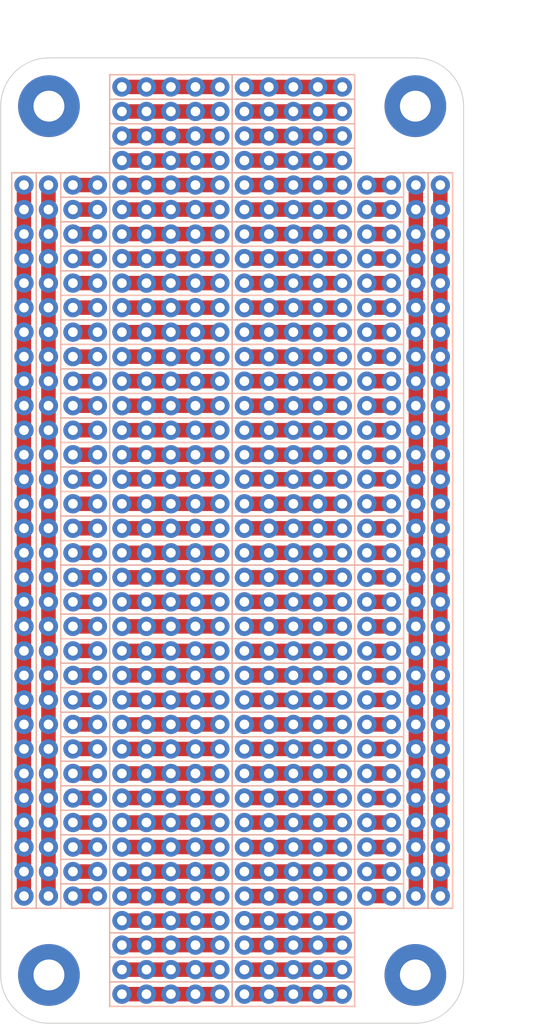
<source format=kicad_pcb>
(kicad_pcb (version 20211014) (generator pcbnew)
  (layers (0 "F.Cu" signal) (31 "B.Cu" signal) (34 "B.Paste" user) (35 "F.Paste" user) (36 "B.SilkS" user "B.Silkscreen") (37 "F.SilkS" user "F.Silkscreen") (38 "B.Mask" user) (39 "F.Mask" user) (44 "Edge.Cuts" user))
  (net 0 "")
  (footprint "proto-pcb-footprints:proto-pad" (layer "F.Cu") (at 153.67 62.23)
    (fp_text reference "REF**" hide)
    (fp_text value "proto-pad" hide)
  )
  (footprint "proto-pcb-footprints:proto-pad" (layer "F.Cu") (at 133.35 72.39)
    (fp_text reference "REF**" hide)
    (fp_text value "proto-pad" hide)
  )
  (footprint "proto-pcb-footprints:proto-pad" (layer "F.Cu") (at 140.97 140.97)
    (fp_text reference "REF**" hide)
    (fp_text value "proto-pad" hide)
  )
  (footprint "proto-pcb-footprints:proto-pad" (layer "F.Cu") (at 161.29 107.95)
    (fp_text reference "REF**" hide)
    (fp_text value "proto-pad" hide)
  )
  (footprint "proto-pcb-footprints:proto-pad" (layer "F.Cu") (at 133.35 130.81)
    (fp_text reference "REF**" hide)
    (fp_text value "proto-pad" hide)
  )
  (footprint "proto-pcb-footprints:proto-pad" (layer "F.Cu") (at 128.27 118.11)
    (fp_text reference "REF**" hide)
    (fp_text value "proto-pad" hide)
  )
  (footprint "proto-pcb-footprints:proto-pad" (layer "F.Cu") (at 125.73 85.09)
    (fp_text reference "REF**" hide)
    (fp_text value "proto-pad" hide)
  )
  (footprint "proto-pcb-footprints:proto-pad" (layer "F.Cu") (at 156.21 77.47)
    (fp_text reference "REF**" hide)
    (fp_text value "proto-pad" hide)
  )
  (footprint "proto-pcb-footprints:proto-pad" (layer "F.Cu") (at 156.21 90.17)
    (fp_text reference "REF**" hide)
    (fp_text value "proto-pad" hide)
  )
  (footprint "proto-pcb-footprints:proto-pad" (layer "F.Cu") (at 128.27 100.33)
    (fp_text reference "REF**" hide)
    (fp_text value "proto-pad" hide)
  )
  (footprint "proto-pcb-footprints:proto-pad" (layer "F.Cu") (at 125.73 135.89)
    (fp_text reference "REF**" hide)
    (fp_text value "proto-pad" hide)
  )
  (footprint "MountingHole:MountingHole_3.2mm_M3_Pad" (layer "F.Cu") (at 158.7 144.06)
    (fp_text reference "REF**" hide)
    (fp_text value "MountingHole_3.2mm_M3_Pad" hide)
  )
  (footprint "proto-pcb-footprints:proto-pad" (layer "F.Cu") (at 151.13 140.97)
    (fp_text reference "REF**" hide)
    (fp_text value "proto-pad" hide)
  )
  (footprint "proto-pcb-footprints:proto-pad" (layer "F.Cu") (at 146.05 115.57)
    (fp_text reference "REF**" hide)
    (fp_text value "proto-pad" hide)
  )
  (footprint "proto-pcb-footprints:proto-pad" (layer "F.Cu") (at 140.97 143.51)
    (fp_text reference "REF**" hide)
    (fp_text value "proto-pad" hide)
  )
  (footprint "proto-pcb-footprints:proto-pad" (layer "F.Cu") (at 128.27 113.03)
    (fp_text reference "REF**" hide)
    (fp_text value "proto-pad" hide)
  )
  (footprint "proto-pcb-footprints:proto-pad" (layer "F.Cu") (at 130.81 120.65)
    (fp_text reference "REF**" hide)
    (fp_text value "proto-pad" hide)
  )
  (footprint "proto-pcb-footprints:proto-pad" (layer "F.Cu") (at 120.65 128.27)
    (fp_text reference "REF**" hide)
    (fp_text value "proto-pad" hide)
  )
  (footprint "proto-pcb-footprints:proto-pad" (layer "F.Cu") (at 123.19 77.47)
    (fp_text reference "REF**" hide)
    (fp_text value "proto-pad" hide)
  )
  (footprint "proto-pcb-footprints:proto-pad" (layer "F.Cu") (at 123.19 95.25)
    (fp_text reference "REF**" hide)
    (fp_text value "proto-pad" hide)
  )
  (footprint "proto-pcb-footprints:proto-pad" (layer "F.Cu") (at 138.43 97.79)
    (fp_text reference "REF**" hide)
    (fp_text value "proto-pad" hide)
  )
  (footprint "proto-pcb-footprints:proto-pad" (layer "F.Cu") (at 151.13 120.65)
    (fp_text reference "REF**" hide)
    (fp_text value "proto-pad" hide)
  )
  (footprint "proto-pcb-footprints:proto-pad" (layer "F.Cu") (at 156.21 80.01)
    (fp_text reference "REF**" hide)
    (fp_text value "proto-pad" hide)
  )
  (footprint "proto-pcb-footprints:proto-pad" (layer "F.Cu") (at 130.81 115.57)
    (fp_text reference "REF**" hide)
    (fp_text value "proto-pad" hide)
  )
  (footprint "proto-pcb-footprints:proto-pad" (layer "F.Cu") (at 158.75 125.73)
    (fp_text reference "REF**" hide)
    (fp_text value "proto-pad" hide)
  )
  (footprint "proto-pcb-footprints:proto-pad" (layer "F.Cu") (at 158.75 130.81)
    (fp_text reference "REF**" hide)
    (fp_text value "proto-pad" hide)
  )
  (footprint "proto-pcb-footprints:proto-pad" (layer "F.Cu") (at 138.43 140.97)
    (fp_text reference "REF**" hide)
    (fp_text value "proto-pad" hide)
  )
  (footprint "proto-pcb-footprints:proto-pad" (layer "F.Cu") (at 153.67 123.19)
    (fp_text reference "REF**" hide)
    (fp_text value "proto-pad" hide)
  )
  (footprint "proto-pcb-footprints:proto-pad" (layer "F.Cu") (at 123.19 97.79)
    (fp_text reference "REF**" hide)
    (fp_text value "proto-pad" hide)
  )
  (footprint "proto-pcb-footprints:proto-pad" (layer "F.Cu") (at 140.97 92.71)
    (fp_text reference "REF**" hide)
    (fp_text value "proto-pad" hide)
  )
  (footprint "proto-pcb-footprints:proto-pad" (layer "F.Cu") (at 135.89 59.69)
    (fp_text reference "REF**" hide)
    (fp_text value "proto-pad" hide)
  )
  (footprint "proto-pcb-footprints:proto-pad" (layer "F.Cu") (at 143.51 62.23)
    (fp_text reference "REF**" hide)
    (fp_text value "proto-pad" hide)
  )
  (footprint "proto-pcb-footprints:proto-pad" (layer "F.Cu") (at 125.73 133.35)
    (fp_text reference "REF**" hide)
    (fp_text value "proto-pad" hide)
  )
  (footprint "proto-pcb-footprints:proto-pad" (layer "F.Cu") (at 161.29 67.31)
    (fp_text reference "REF**" hide)
    (fp_text value "proto-pad" hide)
  )
  (footprint "proto-pcb-footprints:proto-pad" (layer "F.Cu") (at 133.35 80.01)
    (fp_text reference "REF**" hide)
    (fp_text value "proto-pad" hide)
  )
  (footprint "proto-pcb-footprints:proto-pad" (layer "F.Cu") (at 120.65 74.93)
    (fp_text reference "REF**" hide)
    (fp_text value "proto-pad" hide)
  )
  (footprint "proto-pcb-footprints:proto-pad" (layer "F.Cu") (at 123.19 74.93)
    (fp_text reference "REF**" hide)
    (fp_text value "proto-pad" hide)
  )
  (footprint "proto-pcb-footprints:proto-pad" (layer "F.Cu") (at 140.97 87.63)
    (fp_text reference "REF**" hide)
    (fp_text value "proto-pad" hide)
  )
  (footprint "proto-pcb-footprints:proto-pad" (layer "F.Cu") (at 130.81 85.09)
    (fp_text reference "REF**" hide)
    (fp_text value "proto-pad" hide)
  )
  (footprint "proto-pcb-footprints:proto-pad" (layer "F.Cu") (at 151.13 113.03)
    (fp_text reference "REF**" hide)
    (fp_text value "proto-pad" hide)
  )
  (footprint "proto-pcb-footprints:proto-pad" (layer "F.Cu") (at 151.13 72.39)
    (fp_text reference "REF**" hide)
    (fp_text value "proto-pad" hide)
  )
  (footprint "proto-pcb-footprints:proto-pad" (layer "F.Cu") (at 133.35 133.35)
    (fp_text reference "REF**" hide)
    (fp_text value "proto-pad" hide)
  )
  (footprint "proto-pcb-footprints:proto-pad" (layer "F.Cu") (at 123.19 110.49)
    (fp_text reference "REF**" hide)
    (fp_text value "proto-pad" hide)
  )
  (footprint "proto-pcb-footprints:proto-pad" (layer "F.Cu") (at 120.65 118.11)
    (fp_text reference "REF**" hide)
    (fp_text value "proto-pad" hide)
  )
  (footprint "proto-pcb-footprints:proto-pad" (layer "F.Cu") (at 118.11 102.87)
    (fp_text reference "REF**" hide)
    (fp_text value "proto-pad" hide)
  )
  (footprint "proto-pcb-footprints:proto-pad" (layer "F.Cu") (at 140.97 72.39)
    (fp_text reference "REF**" hide)
    (fp_text value "proto-pad" hide)
  )
  (footprint "proto-pcb-footprints:proto-pad" (layer "F.Cu") (at 158.75 135.89)
    (fp_text reference "REF**" hide)
    (fp_text value "proto-pad" hide)
  )
  (footprint "proto-pcb-footprints:proto-pad" (layer "F.Cu") (at 138.43 105.41)
    (fp_text reference "REF**" hide)
    (fp_text value "proto-pad" hide)
  )
  (footprint "proto-pcb-footprints:proto-pad" (layer "F.Cu") (at 125.73 102.87)
    (fp_text reference "REF**" hide)
    (fp_text value "proto-pad" hide)
  )
  (footprint "proto-pcb-footprints:proto-pad" (layer "F.Cu") (at 123.19 87.63)
    (fp_text reference "REF**" hide)
    (fp_text value "proto-pad" hide)
  )
  (footprint "proto-pcb-footprints:proto-pad" (layer "F.Cu") (at 118.11 97.79)
    (fp_text reference "REF**" hide)
    (fp_text value "proto-pad" hide)
  )
  (footprint "proto-pcb-footprints:proto-pad" (layer "F.Cu") (at 151.13 64.77)
    (fp_text reference "REF**" hide)
    (fp_text value "proto-pad" hide)
  )
  (footprint "proto-pcb-footprints:proto-pad" (layer "F.Cu") (at 138.43 92.71)
    (fp_text reference "REF**" hide)
    (fp_text value "proto-pad" hide)
  )
  (footprint "proto-pcb-footprints:proto-pad" (layer "F.Cu") (at 146.05 72.39)
    (fp_text reference "REF**" hide)
    (fp_text value "proto-pad" hide)
  )
  (footprint "proto-pcb-footprints:proto-pad" (layer "F.Cu") (at 158.75 123.19)
    (fp_text reference "REF**" hide)
    (fp_text value "proto-pad" hide)
  )
  (footprint "proto-pcb-footprints:proto-pad" (layer "F.Cu") (at 130.81 77.47)
    (fp_text reference "REF**" hide)
    (fp_text value "proto-pad" hide)
  )
  (footprint "proto-pcb-footprints:proto-pad" (layer "F.Cu") (at 130.81 69.85)
    (fp_text reference "REF**" hide)
    (fp_text value "proto-pad" hide)
  )
  (footprint "proto-pcb-footprints:proto-pad" (layer "F.Cu") (at 158.75 97.79)
    (fp_text reference "REF**" hide)
    (fp_text value "proto-pad" hide)
  )
  (footprint "proto-pcb-footprints:proto-pad" (layer "F.Cu") (at 130.81 82.55)
    (fp_text reference "REF**" hide)
    (fp_text value "proto-pad" hide)
  )
  (footprint "proto-pcb-footprints:proto-pad" (layer "F.Cu") (at 130.81 52.07)
    (fp_text reference "REF**" hide)
    (fp_text value "proto-pad" hide)
  )
  (footprint "proto-pcb-footprints:proto-pad" (layer "F.Cu") (at 148.59 64.77)
    (fp_text reference "REF**" hide)
    (fp_text value "proto-pad" hide)
  )
  (footprint "proto-pcb-footprints:proto-pad" (layer "F.Cu") (at 153.67 130.81)
    (fp_text reference "REF**" hide)
    (fp_text value "proto-pad" hide)
  )
  (footprint "proto-pcb-footprints:proto-pad" (layer "F.Cu") (at 138.43 118.11)
    (fp_text reference "REF**" hide)
    (fp_text value "proto-pad" hide)
  )
  (footprint "proto-pcb-footprints:proto-pad" (layer "F.Cu") (at 138.43 107.95)
    (fp_text reference "REF**" hide)
    (fp_text value "proto-pad" hide)
  )
  (footprint "proto-pcb-footprints:proto-pad" (layer "F.Cu") (at 123.19 62.23)
    (fp_text reference "REF**" hide)
    (fp_text value "proto-pad" hide)
  )
  (footprint "proto-pcb-footprints:proto-pad" (layer "F.Cu") (at 128.27 72.39)
    (fp_text reference "REF**" hide)
    (fp_text value "proto-pad" hide)
  )
  (footprint "proto-pcb-footprints:proto-pad" (layer "F.Cu") (at 143.51 52.07)
    (fp_text reference "REF**" hide)
    (fp_text value "proto-pad" hide)
  )
  (footprint "proto-pcb-footprints:proto-pad" (layer "F.Cu") (at 148.59 72.39)
    (fp_text reference "REF**" hide)
    (fp_text value "proto-pad" hide)
  )
  (footprint "proto-pcb-footprints:proto-pad" (layer "F.Cu") (at 161.29 135.89)
    (fp_text reference "REF**" hide)
    (fp_text value "proto-pad" hide)
  )
  (footprint "proto-pcb-footprints:proto-pad" (layer "F.Cu") (at 138.43 133.35)
    (fp_text reference "REF**" hide)
    (fp_text value "proto-pad" hide)
  )
  (footprint "proto-pcb-footprints:proto-pad" (layer "F.Cu") (at 138.43 130.81)
    (fp_text reference "REF**" hide)
    (fp_text value "proto-pad" hide)
  )
  (footprint "proto-pcb-footprints:proto-pad" (layer "F.Cu") (at 148.59 138.43)
    (fp_text reference "REF**" hide)
    (fp_text value "proto-pad" hide)
  )
  (footprint "proto-pcb-footprints:proto-pad" (layer "F.Cu") (at 156.21 118.11)
    (fp_text reference "REF**" hide)
    (fp_text value "proto-pad" hide)
  )
  (footprint "proto-pcb-footprints:proto-pad" (layer "F.Cu") (at 143.51 64.77)
    (fp_text reference "REF**" hide)
    (fp_text value "proto-pad" hide)
  )
  (footprint "proto-pcb-footprints:proto-pad" (layer "F.Cu") (at 151.13 128.27)
    (fp_text reference "REF**" hide)
    (fp_text value "proto-pad" hide)
  )
  (footprint "proto-pcb-footprints:proto-pad" (layer "F.Cu") (at 130.81 107.95)
    (fp_text reference "REF**" hide)
    (fp_text value "proto-pad" hide)
  )
  (footprint "proto-pcb-footprints:proto-pad" (layer "F.Cu") (at 148.59 95.25)
    (fp_text reference "REF**" hide)
    (fp_text value "proto-pad" hide)
  )
  (footprint "proto-pcb-footprints:proto-pad" (layer "F.Cu") (at 146.05 128.27)
    (fp_text reference "REF**" hide)
    (fp_text value "proto-pad" hide)
  )
  (footprint "MountingHole:MountingHole_3.2mm_M3_Pad" (layer "F.Cu") (at 120.7 54.06)
    (fp_text reference "REF**" hide)
    (fp_text value "MountingHole_3.2mm_M3_Pad" hide)
  )
  (footprint "proto-pcb-footprints:proto-pad" (layer "F.Cu") (at 143.51 110.49)
    (fp_text reference "REF**" hide)
    (fp_text value "proto-pad" hide)
  )
  (footprint "proto-pcb-footprints:proto-pad" (layer "F.Cu") (at 128.27 52.07)
    (fp_text reference "REF**" hide)
    (fp_text value "proto-pad" hide)
  )
  (footprint "proto-pcb-footprints:proto-pad" (layer "F.Cu") (at 146.05 54.61)
    (fp_text reference "REF**" hide)
    (fp_text value "proto-pad" hide)
  )
  (footprint "proto-pcb-footprints:proto-pad" (layer "F.Cu") (at 138.43 90.17)
    (fp_text reference "REF**" hide)
    (fp_text value "proto-pad" hide)
  )
  (footprint "proto-pcb-footprints:proto-pad" (layer "F.Cu") (at 143.51 102.87)
    (fp_text reference "REF**" hide)
    (fp_text value "proto-pad" hide)
  )
  (footprint "proto-pcb-footprints:proto-pad" (layer "F.Cu") (at 118.11 135.89)
    (fp_text reference "REF**" hide)
    (fp_text value "proto-pad" hide)
  )
  (footprint "proto-pcb-footprints:proto-pad" (layer "F.Cu") (at 128.27 140.97)
    (fp_text reference "REF**" hide)
    (fp_text value "proto-pad" hide)
  )
  (footprint "proto-pcb-footprints:proto-pad" (layer "F.Cu") (at 135.89 130.81)
    (fp_text reference "REF**" hide)
    (fp_text value "proto-pad" hide)
  )
  (footprint "proto-pcb-footprints:proto-pad" (layer "F.Cu") (at 135.89 135.89)
    (fp_text reference "REF**" hide)
    (fp_text value "proto-pad" hide)
  )
  (footprint "proto-pcb-footprints:proto-pad" (layer "F.Cu") (at 133.35 74.93)
    (fp_text reference "REF**" hide)
    (fp_text value "proto-pad" hide)
  )
  (footprint "proto-pcb-footprints:proto-pad" (layer "F.Cu") (at 133.35 125.73)
    (fp_text reference "REF**" hide)
    (fp_text value "proto-pad" hide)
  )
  (footprint "proto-pcb-footprints:proto-pad" (layer "F.Cu") (at 143.51 85.09)
    (fp_text reference "REF**" hide)
    (fp_text value "proto-pad" hide)
  )
  (footprint "proto-pcb-footprints:proto-pad" (layer "F.Cu") (at 135.89 62.23)
    (fp_text reference "REF**" hide)
    (fp_text value "proto-pad" hide)
  )
  (footprint "proto-pcb-footprints:proto-pad" (layer "F.Cu") (at 156.21 107.95)
    (fp_text reference "REF**" hide)
    (fp_text value "proto-pad" hide)
  )
  (footprint "proto-pcb-footprints:proto-pad" (layer "F.Cu") (at 130.81 90.17)
    (fp_text reference "REF**" hide)
    (fp_text value "proto-pad" hide)
  )
  (footprint "proto-pcb-footprints:proto-pad" (layer "F.Cu") (at 146.05 82.55)
    (fp_text reference "REF**" hide)
    (fp_text value "proto-pad" hide)
  )
  (footprint "proto-pcb-footprints:proto-pad" (layer "F.Cu") (at 118.11 72.39)
    (fp_text reference "REF**" hide)
    (fp_text value "proto-pad" hide)
  )
  (footprint "proto-pcb-footprints:proto-pad" (layer "F.Cu") (at 143.51 80.01)
    (fp_text reference "REF**" hide)
    (fp_text value "proto-pad" hide)
  )
  (footprint "proto-pcb-footprints:proto-pad" (layer "F.Cu") (at 133.35 77.47)
    (fp_text reference "REF**" hide)
    (fp_text value "proto-pad" hide)
  )
  (footprint "proto-pcb-footprints:proto-pad" (layer "F.Cu") (at 120.65 135.89)
    (fp_text reference "REF**" hide)
    (fp_text value "proto-pad" hide)
  )
  (footprint "proto-pcb-footprints:proto-pad" (layer "F.Cu") (at 133.35 140.97)
    (fp_text reference "REF**" hide)
    (fp_text value "proto-pad" hide)
  )
  (footprint "proto-pcb-footprints:proto-pad" (layer "F.Cu") (at 151.13 80.01)
    (fp_text reference "REF**" hide)
    (fp_text value "proto-pad" hide)
  )
  (footprint "proto-pcb-footprints:proto-pad" (layer "F.Cu") (at 148.59 62.23)
    (fp_text reference "REF**" hide)
    (fp_text value "proto-pad" hide)
  )
  (footprint "proto-pcb-footprints:proto-pad" (layer "F.Cu") (at 128.27 138.43)
    (fp_text reference "REF**" hide)
    (fp_text value "proto-pad" hide)
  )
  (footprint "proto-pcb-footprints:proto-pad" (layer "F.Cu") (at 151.13 54.61)
    (fp_text reference "REF**" hide)
    (fp_text value "proto-pad" hide)
  )
  (footprint "proto-pcb-footprints:proto-pad" (layer "F.Cu") (at 156.21 100.33)
    (fp_text reference "REF**" hide)
    (fp_text value "proto-pad" hide)
  )
  (footprint "proto-pcb-footprints:proto-pad" (layer "F.Cu") (at 146.05 102.87)
    (fp_text reference "REF**" hide)
    (fp_text value "proto-pad" hide)
  )
  (footprint "proto-pcb-footprints:proto-pad" (layer "F.Cu") (at 156.21 67.31)
    (fp_text reference "REF**" hide)
    (fp_text value "proto-pad" hide)
  )
  (footprint "proto-pcb-footprints:proto-pad" (layer "F.Cu") (at 138.43 80.01)
    (fp_text reference "REF**" hide)
    (fp_text value "proto-pad" hide)
  )
  (footprint "proto-pcb-footprints:proto-pad" (layer "F.Cu") (at 125.73 123.19)
    (fp_text reference "REF**" hide)
    (fp_text value "proto-pad" hide)
  )
  (footprint "proto-pcb-footprints:proto-pad" (layer "F.Cu") (at 138.43 143.51)
    (fp_text reference "REF**" hide)
    (fp_text value "proto-pad" hide)
  )
  (footprint "proto-pcb-footprints:proto-pad" (layer "F.Cu") (at 133.35 118.11)
    (fp_text reference "REF**" hide)
    (fp_text value "proto-pad" hide)
  )
  (footprint "proto-pcb-footprints:proto-pad" (layer "F.Cu") (at 125.73 64.77)
    (fp_text reference "REF**" hide)
    (fp_text value "proto-pad" hide)
  )
  (footprint "proto-pcb-footprints:proto-pad" (layer "F.Cu") (at 153.67 87.63)
    (fp_text reference "REF**" hide)
    (fp_text value "proto-pad" hide)
  )
  (footprint "proto-pcb-footprints:proto-pad" (layer "F.Cu") (at 156.21 102.87)
    (fp_text reference "REF**" hide)
    (fp_text value "proto-pad" hide)
  )
  (footprint "proto-pcb-footprints:proto-pad" (layer "F.Cu") (at 140.97 57.15)
    (fp_text reference "REF**" hide)
    (fp_text value "proto-pad" hide)
  )
  (footprint "proto-pcb-footprints:proto-pad" (layer "F.Cu") (at 148.59 110.49)
    (fp_text reference "REF**" hide)
    (fp_text value "proto-pad" hide)
  )
  (footprint "proto-pcb-footprints:proto-pad" (layer "F.Cu") (at 140.97 102.87)
    (fp_text reference "REF**" hide)
    (fp_text value "proto-pad" hide)
  )
  (footprint "proto-pcb-footprints:proto-pad" (layer "F.Cu") (at 123.19 92.71)
    (fp_text reference "REF**" hide)
    (fp_text value "proto-pad" hide)
  )
  (footprint "proto-pcb-footprints:proto-pad" (layer "F.Cu") (at 140.97 107.95)
    (fp_text reference "REF**" hide)
    (fp_text value "proto-pad" hide)
  )
  (footprint "proto-pcb-footprints:proto-pad" (layer "F.Cu") (at 151.13 115.57)
    (fp_text reference "REF**" hide)
    (fp_text value "proto-pad" hide)
  )
  (footprint "proto-pcb-footprints:proto-pad" (layer "F.Cu") (at 148.59 140.97)
    (fp_text reference "REF**" hide)
    (fp_text value "proto-pad" hide)
  )
  (footprint "proto-pcb-footprints:proto-pad" (layer "F.Cu") (at 123.19 105.41)
    (fp_text reference "REF**" hide)
    (fp_text value "proto-pad" hide)
  )
  (footprint "proto-pcb-footprints:proto-pad" (layer "F.Cu") (at 151.13 85.09)
    (fp_text reference "REF**" hide)
    (fp_text value "proto-pad" hide)
  )
  (footprint "proto-pcb-footprints:proto-pad" (layer "F.Cu") (at 151.13 97.79)
    (fp_text reference "REF**" hide)
    (fp_text value "proto-pad" hide)
  )
  (footprint "proto-pcb-footprints:proto-pad" (layer "F.Cu") (at 123.19 130.81)
    (fp_text reference "REF**" hide)
    (fp_text value "proto-pad" hide)
  )
  (footprint "proto-pcb-footprints:proto-pad" (layer "F.Cu") (at 123.19 100.33)
    (fp_text reference "REF**" hide)
    (fp_text value "proto-pad" hide)
  )
  (footprint "proto-pcb-footprints:proto-pad" (layer "F.Cu") (at 151.13 138.43)
    (fp_text reference "REF**" hide)
    (fp_text value "proto-pad" hide)
  )
  (footprint "proto-pcb-footprints:proto-pad" (layer "F.Cu") (at 138.43 87.63)
    (fp_text reference "REF**" hide)
    (fp_text value "proto-pad" hide)
  )
  (footprint "MountingHole:MountingHole_3.2mm_M3_Pad" (layer "F.Cu") (at 120.7 144.06)
    (fp_text reference "REF**" hide)
    (fp_text value "MountingHole_3.2mm_M3_Pad" hide)
  )
  (footprint "proto-pcb-footprints:proto-pad" (layer "F.Cu") (at 140.97 110.49)
    (fp_text reference "REF**" hide)
    (fp_text value "proto-pad" hide)
  )
  (footprint "proto-pcb-footprints:proto-pad" (layer "F.Cu") (at 148.59 80.01)
    (fp_text reference "REF**" hide)
    (fp_text value "proto-pad" hide)
  )
  (footprint "proto-pcb-footprints:proto-pad" (layer "F.Cu") (at 140.97 74.93)
    (fp_text reference "REF**" hide)
    (fp_text value "proto-pad" hide)
  )
  (footprint "proto-pcb-footprints:proto-pad" (layer "F.Cu") (at 135.89 115.57)
    (fp_text reference "REF**" hide)
    (fp_text value "proto-pad" hide)
  )
  (footprint "proto-pcb-footprints:proto-pad" (layer "F.Cu") (at 146.05 143.51)
    (fp_text reference "REF**" hide)
    (fp_text value "proto-pad" hide)
  )
  (footprint "proto-pcb-footprints:proto-pad" (layer "F.Cu") (at 140.97 130.81)
    (fp_text reference "REF**" hide)
    (fp_text value "proto-pad" hide)
  )
  (footprint "proto-pcb-footprints:proto-pad" (layer "F.Cu") (at 125.73 80.01)
    (fp_text reference "REF**" hide)
    (fp_text value "proto-pad" hide)
  )
  (footprint "proto-pcb-footprints:proto-pad" (layer "F.Cu") (at 156.21 125.73)
    (fp_text reference "REF**" hide)
    (fp_text value "proto-pad" hide)
  )
  (footprint "proto-pcb-footprints:proto-pad" (layer "F.Cu") (at 135.89 82.55)
    (fp_text reference "REF**" hide)
    (fp_text value "proto-pad" hide)
  )
  (footprint "proto-pcb-footprints:proto-pad" (layer "F.Cu") (at 146.05 57.15)
    (fp_text reference "REF**" hide)
    (fp_text value "proto-pad" hide)
  )
  (footprint "proto-pcb-footprints:proto-pad" (layer "F.Cu") (at 148.59 120.65)
    (fp_text reference "REF**" hide)
    (fp_text value "proto-pad" hide)
  )
  (footprint "proto-pcb-footprints:proto-pad" (layer "F.Cu") (at 133.35 87.63)
    (fp_text reference "REF**" hide)
    (fp_text value "proto-pad" hide)
  )
  (footprint "proto-pcb-footprints:proto-pad" (layer "F.Cu") (at 128.27 133.35)
    (fp_text reference "REF**" hide)
    (fp_text value "proto-pad" hide)
  )
  (footprint "proto-pcb-footprints:proto-pad" (layer "F.Cu") (at 143.51 146.05)
    (fp_text reference "REF**" hide)
    (fp_text value "proto-pad" hide)
  )
  (footprint "proto-pcb-footprints:proto-pad" (layer "F.Cu") (at 125.73 130.81)
    (fp_text reference "REF**" hide)
    (fp_text value "proto-pad" hide)
  )
  (footprint "proto-pcb-footprints:proto-pad" (layer "F.Cu") (at 133.35 52.07)
    (fp_text reference "REF**" hide)
    (fp_text value "proto-pad" hide)
  )
  (footprint "proto-pcb-footprints:proto-pad" (layer "F.Cu") (at 146.05 133.35)
    (fp_text reference "REF**" hide)
    (fp_text value "proto-pad" hide)
  )
  (footprint "proto-pcb-footprints:proto-pad" (layer "F.Cu") (at 153.67 85.09)
    (fp_text reference "REF**" hide)
    (fp_text value "proto-pad" hide)
  )
  (footprint "proto-pcb-footprints:proto-pad" (layer "F.Cu") (at 151.13 62.23)
    (fp_text reference "REF**" hide)
    (fp_text value "proto-pad" hide)
  )
  (footprint "proto-pcb-footprints:proto-pad" (layer "F.Cu") (at 143.51 90.17)
    (fp_text reference "REF**" hide)
    (fp_text value "proto-pad" hide)
  )
  (footprint "proto-pcb-footprints:proto-pad" (layer "F.Cu") (at 138.43 59.69)
    (fp_text reference "REF**" hide)
    (fp_text value "proto-pad" hide)
  )
  (footprint "proto-pcb-footprints:proto-pad" (layer "F.Cu") (at 138.43 135.89)
    (fp_text reference "REF**" hide)
    (fp_text value "proto-pad" hide)
  )
  (footprint "proto-pcb-footprints:proto-pad" (layer "F.Cu") (at 151.13 118.11)
    (fp_text reference "REF**" hide)
    (fp_text value "proto-pad" hide)
  )
  (footprint "proto-pcb-footprints:proto-pad" (layer "F.Cu") (at 118.11 92.71)
    (fp_text reference "REF**" hide)
    (fp_text value "proto-pad" hide)
  )
  (footprint "proto-pcb-footprints:proto-pad" (layer "F.Cu") (at 153.67 125.73)
    (fp_text reference "REF**" hide)
    (fp_text value "proto-pad" hide)
  )
  (footprint "proto-pcb-footprints:proto-pad" (layer "F.Cu") (at 161.29 130.81)
    (fp_text reference "REF**" hide)
    (fp_text value "proto-pad" hide)
  )
  (footprint "proto-pcb-footprints:proto-pad" (layer "F.Cu") (at 140.97 125.73)
    (fp_text reference "REF**" hide)
    (fp_text value "proto-pad" hide)
  )
  (footprint "proto-pcb-footprints:proto-pad" (layer "F.Cu") (at 128.27 128.27)
    (fp_text reference "REF**" hide)
    (fp_text value "proto-pad" hide)
  )
  (footprint "proto-pcb-footprints:proto-pad" (layer "F.Cu") (at 161.29 128.27)
    (fp_text reference "REF**" hide)
    (fp_text value "proto-pad" hide)
  )
  (footprint "proto-pcb-footprints:proto-pad" (layer "F.Cu") (at 158.75 100.33)
    (fp_text reference "REF**" hide)
    (fp_text value "proto-pad" hide)
  )
  (footprint "proto-pcb-footprints:proto-pad" (layer "F.Cu") (at 128.27 57.15)
    (fp_text reference "REF**" hide)
    (fp_text value "proto-pad" hide)
  )
  (footprint "proto-pcb-footprints:proto-pad" (layer "F.Cu") (at 143.51 67.31)
    (fp_text reference "REF**" hide)
    (fp_text value "proto-pad" hide)
  )
  (footprint "proto-pcb-footprints:proto-pad" (layer "F.Cu") (at 130.81 102.87)
    (fp_text reference "REF**" hide)
    (fp_text value "proto-pad" hide)
  )
  (footprint "proto-pcb-footprints:proto-pad" (layer "F.Cu") (at 158.75 90.17)
    (fp_text reference "REF**" hide)
    (fp_text value "proto-pad" hide)
  )
  (footprint "proto-pcb-footprints:proto-pad" (layer "F.Cu") (at 118.11 90.17)
    (fp_text reference "REF**" hide)
    (fp_text value "proto-pad" hide)
  )
  (footprint "proto-pcb-footprints:proto-pad" (layer "F.Cu") (at 123.19 85.09)
    (fp_text reference "REF**" hide)
    (fp_text value "proto-pad" hide)
  )
  (footprint "proto-pcb-footprints:proto-pad" (layer "F.Cu") (at 118.11 113.03)
    (fp_text reference "REF**" hide)
    (fp_text value "proto-pad" hide)
  )
  (footprint "proto-pcb-footprints:proto-pad" (layer "F.Cu") (at 135.89 125.73)
    (fp_text reference "REF**" hide)
    (fp_text value "proto-pad" hide)
  )
  (footprint "proto-pcb-footprints:proto-pad" (layer "F.Cu") (at 148.59 92.71)
    (fp_text reference "REF**" hide)
    (fp_text value "proto-pad" hide)
  )
  (footprint "proto-pcb-footprints:proto-pad" (layer "F.Cu") (at 153.67 90.17)
    (fp_text reference "REF**" hide)
    (fp_text value "proto-pad" hide)
  )
  (footprint "proto-pcb-footprints:proto-pad" (layer "F.Cu") (at 120.65 105.41)
    (fp_text reference "REF**" hide)
    (fp_text value "proto-pad" hide)
  )
  (footprint "proto-pcb-footprints:proto-pad" (layer "F.Cu") (at 151.13 110.49)
    (fp_text reference "REF**" hide)
    (fp_text value "proto-pad" hide)
  )
  (footprint "proto-pcb-footprints:proto-pad" (layer "F.Cu") (at 130.81 62.23)
    (fp_text reference "REF**" hide)
    (fp_text value "proto-pad" hide)
  )
  (footprint "proto-pcb-footprints:proto-pad" (layer "F.Cu") (at 118.11 67.31)
    (fp_text reference "REF**" hide)
    (fp_text value "proto-pad" hide)
  )
  (footprint "proto-pcb-footprints:proto-pad" (layer "F.Cu") (at 135.89 92.71)
    (fp_text reference "REF**" hide)
    (fp_text value "proto-pad" hide)
  )
  (footprint "proto-pcb-footprints:proto-pad" (layer "F.Cu") (at 158.75 92.71)
    (fp_text reference "REF**" hide)
    (fp_text value "proto-pad" hide)
  )
  (footprint "proto-pcb-footprints:proto-pad" (layer "F.Cu") (at 138.43 74.93)
    (fp_text reference "REF**" hide)
    (fp_text value "proto-pad" hide)
  )
  (footprint "proto-pcb-footprints:proto-pad" (layer "F.Cu") (at 130.81 59.69)
    (fp_text reference "REF**" hide)
    (fp_text value "proto-pad" hide)
  )
  (footprint "proto-pcb-footprints:proto-pad" (layer "F.Cu") (at 153.67 107.95)
    (fp_text reference "REF**" hide)
    (fp_text value "proto-pad" hide)
  )
  (footprint "proto-pcb-footprints:proto-pad" (layer "F.Cu") (at 118.11 82.55)
    (fp_text reference "REF**" hide)
    (fp_text value "proto-pad" hide)
  )
  (footprint "proto-pcb-footprints:proto-pad" (layer "F.Cu") (at 128.27 123.19)
    (fp_text reference "REF**" hide)
    (fp_text value "proto-pad" hide)
  )
  (footprint "proto-pcb-footprints:proto-pad" (layer "F.Cu") (at 133.35 64.77)
    (fp_text reference "REF**" hide)
    (fp_text value "proto-pad" hide)
  )
  (footprint "proto-pcb-footprints:proto-pad" (layer "F.Cu") (at 118.11 120.65)
    (fp_text reference "REF**" hide)
    (fp_text value "proto-pad" hide)
  )
  (footprint "proto-pcb-footprints:proto-pad" (layer "F.Cu") (at 138.43 85.09)
    (fp_text reference "REF**" hide)
    (fp_text value "proto-pad" hide)
  )
  (footprint "proto-pcb-footprints:proto-pad" (layer "F.Cu") (at 135.89 128.27)
    (fp_text reference "REF**" hide)
    (fp_text value "proto-pad" hide)
  )
  (footprint "proto-pcb-footprints:proto-pad" (layer "F.Cu") (at 118.11 125.73)
    (fp_text reference "REF**" hide)
    (fp_text value "proto-pad" hide)
  )
  (footprint "proto-pcb-footprints:proto-pad" (layer "F.Cu") (at 130.81 105.41)
    (fp_text reference "REF**" hide)
    (fp_text value "proto-pad" hide)
  )
  (footprint "proto-pcb-footprints:proto-pad" (layer "F.Cu") (at 158.75 64.77)
    (fp_text reference "REF**" hide)
    (fp_text value "proto-pad" hide)
  )
  (footprint "proto-pcb-footprints:proto-pad" (layer "F.Cu") (at 130.81 57.15)
    (fp_text reference "REF**" hide)
    (fp_text value "proto-pad" hide)
  )
  (footprint "proto-pcb-footprints:proto-pad" (layer "F.Cu") (at 146.05 105.41)
    (fp_text reference "REF**" hide)
    (fp_text value "proto-pad" hide)
  )
  (footprint "proto-pcb-footprints:proto-pad" (layer "F.Cu") (at 158.75 105.41)
    (fp_text reference "REF**" hide)
    (fp_text value "proto-pad" hide)
  )
  (footprint "proto-pcb-footprints:proto-pad" (layer "F.Cu") (at 143.51 113.03)
    (fp_text reference "REF**" hide)
    (fp_text value "proto-pad" hide)
  )
  (footprint "proto-pcb-footprints:proto-pad" (layer "F.Cu") (at 138.43 115.57)
    (fp_text reference "REF**" hide)
    (fp_text value "proto-pad" hide)
  )
  (footprint "proto-pcb-footprints:proto-pad" (layer "F.Cu") (at 138.43 57.15)
    (fp_text reference "REF**" hide)
    (fp_text value "proto-pad" hide)
  )
  (footprint "proto-pcb-footprints:proto-pad" (layer "F.Cu") (at 130.81 130.81)
    (fp_text reference "REF**" hide)
    (fp_text value "proto-pad" hide)
  )
  (footprint "proto-pcb-footprints:proto-pad" (layer "F.Cu") (at 148.59 82.55)
    (fp_text reference "REF**" hide)
    (fp_text value "proto-pad" hide)
  )
  (footprint "proto-pcb-footprints:proto-pad" (layer "F.Cu") (at 148.59 52.07)
    (fp_text reference "REF**" hide)
    (fp_text value "proto-pad" hide)
  )
  (footprint "proto-pcb-footprints:proto-pad" (layer "F.Cu") (at 130.81 64.77)
    (fp_text reference "REF**" hide)
    (fp_text value "proto-pad" hide)
  )
  (footprint "proto-pcb-footprints:proto-pad" (layer "F.Cu") (at 158.75 80.01)
    (fp_text reference "REF**" hide)
    (fp_text value "proto-pad" hide)
  )
  (footprint "proto-pcb-footprints:proto-pad" (layer "F.Cu") (at 161.29 110.49)
    (fp_text reference "REF**" hide)
    (fp_text value "proto-pad" hide)
  )
  (footprint "proto-pcb-footprints:proto-pad" (layer "F.Cu") (at 140.97 54.61)
    (fp_text reference "REF**" hide)
    (fp_text value "proto-pad" hide)
  )
  (footprint "proto-pcb-footprints:proto-pad" (layer "F.Cu") (at 120.65 67.31)
    (fp_text reference "REF**" hide)
    (fp_text value "proto-pad" hide)
  )
  (footprint "proto-pcb-footprints:proto-pad" (layer "F.Cu") (at 161.29 133.35)
    (fp_text reference "REF**" hide)
    (fp_text value "proto-pad" hide)
  )
  (footprint "proto-pcb-footprints:proto-pad" (layer "F.Cu") (at 128.27 95.25)
    (fp_text reference "REF**" hide)
    (fp_text value "proto-pad" hide)
  )
  (footprint "proto-pcb-footprints:proto-pad" (layer "F.Cu") (at 153.67 80.01)
    (fp_text reference "REF**" hide)
    (fp_text value "proto-pad" hide)
  )
  (footprint "proto-pcb-footprints:proto-pad" (layer "F.Cu") (at 135.89 118.11)
    (fp_text reference "REF**" hide)
    (fp_text value "proto-pad" hide)
  )
  (footprint "proto-pcb-footprints:proto-pad" (layer "F.Cu") (at 156.21 95.25)
    (fp_text reference "REF**" hide)
    (fp_text value "proto-pad" hide)
  )
  (footprint "proto-pcb-footprints:proto-pad" (layer "F.Cu") (at 133.35 100.33)
    (fp_text reference "REF**" hide)
    (fp_text value "proto-pad" hide)
  )
  (footprint "proto-pcb-footprints:proto-pad" (layer "F.Cu") (at 133.35 95.25)
    (fp_text reference "REF**" hide)
    (fp_text value "proto-pad" hide)
  )
  (footprint "proto-pcb-footprints:proto-pad" (layer "F.Cu") (at 161.29 123.19)
    (fp_text reference "REF**" hide)
    (fp_text value "proto-pad" hide)
  )
  (footprint "proto-pcb-footprints:proto-pad" (layer "F.Cu") (at 118.11 100.33)
    (fp_text reference "REF**" hide)
    (fp_text value "proto-pad" hide)
  )
  (footprint "proto-pcb-footprints:proto-pad" (layer "F.Cu") (at 161.29 85.09)
    (fp_text reference "REF**" hide)
    (fp_text value "proto-pad" hide)
  )
  (footprint "proto-pcb-footprints:proto-pad" (layer "F.Cu") (at 135.89 87.63)
    (fp_text reference "REF**" hide)
    (fp_text value "proto-pad" hide)
  )
  (footprint "proto-pcb-footprints:proto-pad" (layer "F.Cu") (at 140.97 120.65)
    (fp_text reference "REF**" hide)
    (fp_text value "proto-pad" hide)
  )
  (footprint "proto-pcb-footprints:proto-pad" (layer "F.Cu") (at 161.29 120.65)
    (fp_text reference "REF**" hide)
    (fp_text value "proto-pad" hide)
  )
  (footprint "proto-pcb-footprints:proto-pad" (layer "F.Cu") (at 135.89 120.65)
    (fp_text reference "REF**" hide)
    (fp_text value "proto-pad" hide)
  )
  (footprint "proto-pcb-footprints:proto-pad" (layer "F.Cu") (at 161.29 72.39)
    (fp_text reference "REF**" hide)
    (fp_text value "proto-pad" hide)
  )
  (footprint "proto-pcb-footprints:proto-pad" (layer "F.Cu") (at 138.43 64.77)
    (fp_text reference "REF**" hide)
    (fp_text value "proto-pad" hide)
  )
  (footprint "proto-pcb-footprints:proto-pad" (layer "F.Cu") (at 151.13 100.33)
    (fp_text reference "REF**" hide)
    (fp_text value "proto-pad" hide)
  )
  (footprint "proto-pcb-footprints:proto-pad" (layer "F.Cu") (at 140.97 123.19)
    (fp_text reference "REF**" hide)
    (fp_text value "proto-pad" hide)
  )
  (footprint "proto-pcb-footprints:proto-pad" (layer "F.Cu") (at 123.19 80.01)
    (fp_text reference "REF**" hide)
    (fp_text value "proto-pad" hide)
  )
  (footprint "proto-pcb-footprints:proto-pad" (layer "F.Cu") (at 138.43 62.23)
    (fp_text reference "REF**" hide)
    (fp_text value "proto-pad" hide)
  )
  (footprint "proto-pcb-footprints:proto-pad" (layer "F.Cu") (at 133.35 128.27)
    (fp_text reference "REF**" hide)
    (fp_text value "proto-pad" hide)
  )
  (footprint "proto-pcb-footprints:proto-pad" (layer "F.Cu") (at 120.65 120.65)
    (fp_text reference "REF**" hide)
    (fp_text value "proto-pad" hide)
  )
  (footprint "proto-pcb-footprints:proto-pad" (layer "F.Cu") (at 143.51 74.93)
    (fp_text reference "REF**" hide)
    (fp_text value "proto-pad" hide)
  )
  (footprint "proto-pcb-footprints:proto-pad" (layer "F.Cu") (at 128.27 69.85)
    (fp_text reference "REF**" hide)
    (fp_text value "proto-pad" hide)
  )
  (footprint "proto-pcb-footprints:proto-pad" (layer "F.Cu") (at 153.67 92.71)
    (fp_text reference "REF**" hide)
    (fp_text value "proto-pad" hide)
  )
  (footprint "proto-pcb-footprints:proto-pad" (layer "F.Cu") (at 161.29 102.87)
    (fp_text reference "REF**" hide)
    (fp_text value "proto-pad" hide)
  )
  (footprint "proto-pcb-footprints:proto-pad" (layer "F.Cu") (at 140.97 133.35)
    (fp_text reference "REF**" hide)
    (fp_text value "proto-pad" hide)
  )
  (footprint "proto-pcb-footprints:proto-pad" (layer "F.Cu") (at 120.65 130.81)
    (fp_text reference "REF**" hide)
    (fp_text value "proto-pad" hide)
  )
  (footprint "proto-pcb-footprints:proto-pad" (layer "F.Cu") (at 133.35 135.89)
    (fp_text reference "REF**" hide)
    (fp_text value "proto-pad" hide)
  )
  (footprint "proto-pcb-footprints:proto-pad" (layer "F.Cu") (at 118.11 80.01)
    (fp_text reference "REF**" hide)
    (fp_text value "proto-pad" hide)
  )
  (footprint "proto-pcb-footprints:proto-pad" (layer "F.Cu") (at 125.73 87.63)
    (fp_text reference "REF**" hide)
    (fp_text value "proto-pad" hide)
  )
  (footprint "proto-pcb-footprints:proto-pad" (layer "F.Cu") (at 133.35 59.69)
    (fp_text reference "REF**" hide)
    (fp_text value "proto-pad" hide)
  )
  (footprint "proto-pcb-footprints:proto-pad" (layer "F.Cu") (at 138.43 67.31)
    (fp_text reference "REF**" hide)
    (fp_text value "proto-pad" hide)
  )
  (footprint "proto-pcb-footprints:proto-pad" (layer "F.Cu") (at 143.51 135.89)
    (fp_text reference "REF**" hide)
    (fp_text value "proto-pad" hide)
  )
  (footprint "proto-pcb-footprints:proto-pad" (layer "F.Cu") (at 143.51 105.41)
    (fp_text reference "REF**" hide)
    (fp_text value "proto-pad" hide)
  )
  (footprint "proto-pcb-footprints:proto-pad" (layer "F.Cu") (at 130.81 143.51)
    (fp_text reference "REF**" hide)
    (fp_text value "proto-pad" hide)
  )
  (footprint "proto-pcb-footprints:proto-pad" (layer "F.Cu") (at 125.73 95.25)
    (fp_text reference "REF**" hide)
    (fp_text value "proto-pad" hide)
  )
  (footprint "proto-pcb-footprints:proto-pad" (layer "F.Cu") (at 120.65 100.33)
    (fp_text reference "REF**" hide)
    (fp_text value "proto-pad" hide)
  )
  (footprint "proto-pcb-footprints:proto-pad" (layer "F.Cu") (at 143.51 123.19)
    (fp_text reference "REF**" hide)
    (fp_text value "proto-pad" hide)
  )
  (footprint "proto-pcb-footprints:proto-pad" (layer "F.Cu") (at 133.35 113.03)
    (fp_text reference "REF**" hide)
    (fp_text value "proto-pad" hide)
  )
  (footprint "proto-pcb-footprints:proto-pad" (layer "F.Cu") (at 130.81 72.39)
    (fp_text reference "REF**" hide)
    (fp_text value "proto-pad" hide)
  )
  (footprint "proto-pcb-footprints:proto-pad" (layer "F.Cu") (at 125.73 125.73)
    (fp_text reference "REF**" hide)
    (fp_text value "proto-pad" hide)
  )
  (footprint "proto-pcb-footprints:proto-pad" (layer "F.Cu") (at 130.81 125.73)
    (fp_text reference "REF**" hide)
    (fp_text value "proto-pad" hide)
  )
  (footprint "proto-pcb-footprints:proto-pad" (layer "F.Cu") (at 153.67 95.25)
    (fp_text reference "REF**" hide)
    (fp_text value "proto-pad" hide)
  )
  (footprint "proto-pcb-footprints:proto-pad" (layer "F.Cu") (at 161.29 90.17)
    (fp_text reference "REF**" hide)
    (fp_text value "proto-pad" hide)
  )
  (footprint "proto-pcb-footprints:proto-pad" (layer "F.Cu") (at 143.51 120.65)
    (fp_text reference "REF**" hide)
    (fp_text value "proto-pad" hide)
  )
  (footprint "proto-pcb-footprints:proto-pad" (layer "F.Cu") (at 151.13 52.07)
    (fp_text reference "REF**" hide)
    (fp_text value "proto-pad" hide)
  )
  (footprint "proto-pcb-footprints:proto-pad" (layer "F.Cu") (at 128.27 125.73)
    (fp_text reference "REF**" hide)
    (fp_text value "proto-pad" hide)
  )
  (footprint "proto-pcb-footprints:proto-pad" (layer "F.Cu") (at 161.29 118.11)
    (fp_text reference "REF**" hide)
    (fp_text value "proto-pad" hide)
  )
  (footprint "proto-pcb-footprints:proto-pad" (layer "F.Cu") (at 138.43 54.61)
    (fp_text reference "REF**" hide)
    (fp_text value "proto-pad" hide)
  )
  (footprint "proto-pcb-footprints:proto-pad" (layer "F.Cu") (at 118.11 130.81)
    (fp_text reference "REF**" hide)
    (fp_text value "proto-pad" hide)
  )
  (footprint "proto-pcb-footprints:proto-pad" (layer "F.Cu") (at 118.11 128.27)
    (fp_text reference "REF**" hide)
    (fp_text value "proto-pad" hide)
  )
  (footprint "proto-pcb-footprints:proto-pad" (layer "F.Cu") (at 151.13 90.17)
    (fp_text reference "REF**" hide)
    (fp_text value "proto-pad" hide)
  )
  (footprint "proto-pcb-footprints:proto-pad" (layer "F.Cu") (at 148.59 69.85)
    (fp_text reference "REF**" hide)
    (fp_text value "proto-pad" hide)
  )
  (footprint "proto-pcb-footprints:proto-pad" (layer "F.Cu") (at 120.65 69.85)
    (fp_text reference "REF**" hide)
    (fp_text value "proto-pad" hide)
  )
  (footprint "proto-pcb-footprints:proto-pad" (layer "F.Cu") (at 130.81 54.61)
    (fp_text reference "REF**" hide)
    (fp_text value "proto-pad" hide)
  )
  (footprint "proto-pcb-footprints:proto-pad" (layer "F.Cu") (at 151.13 105.41)
    (fp_text reference "REF**" hide)
    (fp_text value "proto-pad" hide)
  )
  (footprint "proto-pcb-footprints:proto-pad" (layer "F.Cu") (at 118.11 77.47)
    (fp_text reference "REF**" hide)
    (fp_text value "proto-pad" hide)
  )
  (footprint "proto-pcb-footprints:proto-pad" (layer "F.Cu") (at 120.65 113.03)
    (fp_text reference "REF**" hide)
    (fp_text value "proto-pad" hide)
  )
  (footprint "proto-pcb-footprints:proto-pad" (layer "F.Cu") (at 128.27 90.17)
    (fp_text reference "REF**" hide)
    (fp_text value "proto-pad" hide)
  )
  (footprint "proto-pcb-footprints:proto-pad" (layer "F.Cu") (at 120.65 133.35)
    (fp_text reference "REF**" hide)
    (fp_text value "proto-pad" hide)
  )
  (footprint "proto-pcb-footprints:proto-pad" (layer "F.Cu") (at 146.05 118.11)
    (fp_text reference "REF**" hide)
    (fp_text value "proto-pad" hide)
  )
  (footprint "proto-pcb-footprints:proto-pad" (layer "F.Cu") (at 158.75 74.93)
    (fp_text reference "REF**" hide)
    (fp_text value "proto-pad" hide)
  )
  (footprint "proto-pcb-footprints:proto-pad" (layer "F.Cu") (at 123.19 69.85)
    (fp_text reference "REF**" hide)
    (fp_text value "proto-pad" hide)
  )
  (footprint "proto-pcb-footprints:proto-pad" (layer "F.Cu") (at 161.29 80.01)
    (fp_text reference "REF**" hide)
    (fp_text value "proto-pad" hide)
  )
  (footprint "proto-pcb-footprints:proto-pad" (layer "F.Cu") (at 156.21 113.03)
    (fp_text reference "REF**" hide)
    (fp_text value "proto-pad" hide)
  )
  (footprint "proto-pcb-footprints:proto-pad" (layer "F.Cu") (at 123.19 82.55)
    (fp_text reference "REF**" hide)
    (fp_text value "proto-pad" hide)
  )
  (footprint "proto-pcb-footprints:proto-pad" (layer "F.Cu") (at 161.29 74.93)
    (fp_text reference "REF**" hide)
    (fp_text value "proto-pad" hide)
  )
  (footprint "proto-pcb-footprints:proto-pad" (layer "F.Cu") (at 148.59 57.15)
    (fp_text reference "REF**" hide)
    (fp_text value "proto-pad" hide)
  )
  (footprint "proto-pcb-footprints:proto-pad" (layer "F.Cu") (at 151.13 59.69)
    (fp_text reference "REF**" hide)
    (fp_text value "proto-pad" hide)
  )
  (footprint "proto-pcb-footprints:proto-pad" (layer "F.Cu") (at 130.81 123.19)
    (fp_text reference "REF**" hide)
    (fp_text value "proto-pad" hide)
  )
  (footprint "proto-pcb-footprints:proto-pad" (layer "F.Cu") (at 118.11 69.85)
    (fp_text reference "REF**" hide)
    (fp_text value "proto-pad" hide)
  )
  (footprint "proto-pcb-footprints:proto-pad" (layer "F.Cu") (at 158.75 113.03)
    (fp_text reference "REF**" hide)
    (fp_text value "proto-pad" hide)
  )
  (footprint "proto-pcb-footprints:proto-pad" (layer "F.Cu") (at 138.43 69.85)
    (fp_text reference "REF**" hide)
    (fp_text value "proto-pad" hide)
  )
  (footprint "proto-pcb-footprints:proto-pad" (layer "F.Cu") (at 135.89 146.05)
    (fp_text reference "REF**" hide)
    (fp_text value "proto-pad" hide)
  )
  (footprint "proto-pcb-footprints:proto-pad" (layer "F.Cu") (at 140.97 69.85)
    (fp_text reference "REF**" hide)
    (fp_text value "proto-pad" hide)
  )
  (footprint "proto-pcb-footprints:proto-pad" (layer "F.Cu") (at 143.51 100.33)
    (fp_text reference "REF**" hide)
    (fp_text value "proto-pad" hide)
  )
  (footprint "proto-pcb-footprints:proto-pad" (layer "F.Cu") (at 118.11 105.41)
    (fp_text reference "REF**" hide)
    (fp_text value "proto-pad" hide)
  )
  (footprint "proto-pcb-footprints:proto-pad" (layer "F.Cu") (at 153.67 102.87)
    (fp_text reference "REF**" hide)
    (fp_text value "proto-pad" hide)
  )
  (footprint "proto-pcb-footprints:proto-pad" (layer "F.Cu") (at 130.81 87.63)
    (fp_text reference "REF**" hide)
    (fp_text value "proto-pad" hide)
  )
  (footprint "proto-pcb-footprints:proto-pad" (layer "F.Cu") (at 118.11 133.35)
    (fp_text reference "REF**" hide)
    (fp_text value "proto-pad" hide)
  )
  (footprint "proto-pcb-footprints:proto-pad" (layer "F.Cu") (at 128.27 59.69)
    (fp_text reference "REF**" hide)
    (fp_text value "proto-pad" hide)
  )
  (footprint "proto-pcb-footprints:proto-pad" (layer "F.Cu") (at 146.05 113.03)
    (fp_text reference "REF**" hide)
    (fp_text value "proto-pad" hide)
  )
  (footprint "proto-pcb-footprints:proto-pad" (layer "F.Cu") (at 123.19 128.27)
    (fp_text reference "REF**" hide)
    (fp_text value "proto-pad" hide)
  )
  (footprint "proto-pcb-footprints:proto-pad" (layer "F.Cu") (at 125.73 118.11)
    (fp_text reference "REF**" hide)
    (fp_text value "proto-pad" hide)
  )
  (footprint "proto-pcb-footprints:proto-pad" (layer "F.Cu") (at 130.81 128.27)
    (fp_text reference "REF**" hide)
    (fp_text value "proto-pad" hide)
  )
  (footprint "proto-pcb-footprints:proto-pad" (layer "F.Cu") (at 143.51 95.25)
    (fp_text reference "REF**" hide)
    (fp_text value "proto-pad" hide)
  )
  (footprint "proto-pcb-footprints:proto-pad" (layer "F.Cu") (at 128.27 130.81)
    (fp_text reference "REF**" hide)
    (fp_text value "proto-pad" hide)
  )
  (footprint "proto-pcb-footprints:proto-pad" (layer "F.Cu") (at 146.05 130.81)
    (fp_text reference "REF**" hide)
    (fp_text value "proto-pad" hide)
  )
  (footprint "proto-pcb-footprints:proto-pad" (layer "F.Cu") (at 118.11 95.25)
    (fp_text reference "REF**" hide)
    (fp_text value "proto-pad" hide)
  )
  (footprint "proto-pcb-footprints:proto-pad" (layer "F.Cu") (at 143.51 130.81)
    (fp_text reference "REF**" hide)
    (fp_text value "proto-pad" hide)
  )
  (footprint "proto-pcb-footprints:proto-pad" (layer "F.Cu") (at 120.65 85.09)
    (fp_text reference "REF**" hide)
    (fp_text value "proto-pad" hide)
  )
  (footprint "proto-pcb-footprints:proto-pad" (layer "F.Cu") (at 130.81 110.49)
    (fp_text reference "REF**" hide)
    (fp_text value "proto-pad" hide)
  )
  (footprint "proto-pcb-footprints:proto-pad" (layer "F.Cu") (at 128.27 77.47)
    (fp_text reference "REF**" hide)
    (fp_text value "proto-pad" hide)
  )
  (footprint "proto-pcb-footprints:proto-pad" (layer "F.Cu") (at 118.11 110.49)
    (fp_text reference "REF**" hide)
    (fp_text value "proto-pad" hide)
  )
  (footprint "proto-pcb-footprints:proto-pad" (layer "F.Cu") (at 153.67 72.39)
    (fp_text reference "REF**" hide)
    (fp_text value "proto-pad" hide)
  )
  (footprint "proto-pcb-footprints:proto-pad" (layer "F.Cu") (at 125.73 62.23)
    (fp_text reference "REF**" hide)
    (fp_text value "proto-pad" hide)
  )
  (footprint "proto-pcb-footprints:proto-pad" (layer "F.Cu") (at 125.73 67.31)
    (fp_text reference "REF**" hide)
    (fp_text value "proto-pad" hide)
  )
  (footprint "proto-pcb-footprints:proto-pad" (layer "F.Cu") (at 133.35 146.05)
    (fp_text reference "REF**" hide)
    (fp_text value "proto-pad" hide)
  )
  (footprint "proto-pcb-footprints:proto-pad" (layer "F.Cu") (at 133.35 143.51)
    (fp_text reference "REF**" hide)
    (fp_text value "proto-pad" hide)
  )
  (footprint "proto-pcb-footprints:proto-pad" (layer "F.Cu") (at 158.75 128.27)
    (fp_text reference "REF**" hide)
    (fp_text value "proto-pad" hide)
  )
  (footprint "proto-pcb-footprints:proto-pad" (layer "F.Cu") (at 146.05 87.63)
    (fp_text reference "REF**" hide)
    (fp_text value "proto-pad" hide)
  )
  (footprint "proto-pcb-footprints:proto-pad" (layer "F.Cu") (at 123.19 120.65)
    (fp_text reference "REF**" hide)
    (fp_text value "proto-pad" hide)
  )
  (footprint "proto-pcb-footprints:proto-pad" (layer "F.Cu") (at 128.27 67.31)
    (fp_text reference "REF**" hide)
    (fp_text value "proto-pad" hide)
  )
  (footprint "proto-pcb-footprints:proto-pad" (layer "F.Cu") (at 138.43 123.19)
    (fp_text reference "REF**" hide)
    (fp_text value "proto-pad" hide)
  )
  (footprint "proto-pcb-footprints:proto-pad" (layer "F.Cu") (at 135.89 105.41)
    (fp_text reference "REF**" hide)
    (fp_text value "proto-pad" hide)
  )
  (footprint "proto-pcb-footprints:proto-pad" (layer "F.Cu") (at 156.21 120.65)
    (fp_text reference "REF**" hide)
    (fp_text value "proto-pad" hide)
  )
  (footprint "proto-pcb-footprints:proto-pad" (layer "F.Cu") (at 125.73 113.03)
    (fp_text reference "REF**" hide)
    (fp_text value "proto-pad" hide)
  )
  (footprint "proto-pcb-footprints:proto-pad" (layer "F.Cu") (at 158.75 69.85)
    (fp_text reference "REF**" hide)
    (fp_text value "proto-pad" hide)
  )
  (footprint "proto-pcb-footprints:proto-pad" (layer "F.Cu") (at 161.29 97.79)
    (fp_text reference "REF**" hide)
    (fp_text value "proto-pad" hide)
  )
  (footprint "proto-pcb-footprints:proto-pad" (layer "F.Cu") (at 143.51 72.39)
    (fp_text reference "REF**" hide)
    (fp_text value "proto-pad" hide)
  )
  (footprint "proto-pcb-footprints:proto-pad" (layer "F.Cu") (at 148.59 115.57)
    (fp_text reference "REF**" hide)
    (fp_text value "proto-pad" hide)
  )
  (footprint "proto-pcb-footprints:proto-pad" (layer "F.Cu") (at 125.73 82.55)
    (fp_text reference "REF**" hide)
    (fp_text value "proto-pad" hide)
  )
  (footprint "proto-pcb-footprints:proto-pad" (layer "F.Cu") (at 120.65 115.57)
    (fp_text reference "REF**" hide)
    (fp_text value "proto-pad" hide)
  )
  (footprint "proto-pcb-footprints:proto-pad" (layer "F.Cu") (at 135.89 52.07)
    (fp_text reference "REF**" hide)
    (fp_text value "proto-pad" hide)
  )
  (footprint "proto-pcb-footprints:proto-pad" (layer "F.Cu") (at 146.05 97.79)
    (fp_text reference "REF**" hide)
    (fp_text value "proto-pad" hide)
  )
  (footprint "proto-pcb-footprints:proto-pad" (layer "F.Cu") (at 130.81 74.93)
    (fp_text reference "REF**" hide)
    (fp_text value "proto-pad" hide)
  )
  (footprint "proto-pcb-footprints:proto-pad" (layer "F.Cu") (at 148.59 105.41)
    (fp_text reference "REF**" hide)
    (fp_text value "proto-pad" hide)
  )
  (footprint "proto-pcb-footprints:proto-pad" (layer "F.Cu") (at 133.35 62.23)
    (fp_text reference "REF**" hide)
    (fp_text value "proto-pad" hide)
  )
  (footprint "proto-pcb-footprints:proto-pad" (layer "F.Cu") (at 161.29 82.55)
    (fp_text reference "REF**" hide)
    (fp_text value "proto-pad" hide)
  )
  (footprint "proto-pcb-footprints:proto-pad" (layer "F.Cu") (at 125.73 115.57)
    (fp_text reference "REF**" hide)
    (fp_text value "proto-pad" hide)
  )
  (footprint "proto-pcb-footprints:proto-pad" (layer "F.Cu") (at 128.27 107.95)
    (fp_text reference "REF**" hide)
    (fp_text value "proto-pad" hide)
  )
  (footprint "proto-pcb-footprints:proto-pad" (layer "F.Cu") (at 118.11 123.19)
    (fp_text reference "REF**" hide)
    (fp_text value "proto-pad" hide)
  )
  (footprint "proto-pcb-footprints:proto-pad" (layer "F.Cu") (at 140.97 95.25)
    (fp_text reference "REF**" hide)
    (fp_text value "proto-pad" hide)
  )
  (footprint "proto-pcb-footprints:proto-pad" (layer "F.Cu") (at 120.65 107.95)
    (fp_text reference "REF**" hide)
    (fp_text value "proto-pad" hide)
  )
  (footprint "proto-pcb-footprints:proto-pad" (layer "F.Cu") (at 135.89 110.49)
    (fp_text reference "REF**" hide)
    (fp_text value "proto-pad" hide)
  )
  (footprint "proto-pcb-footprints:proto-pad" (layer "F.Cu") (at 158.75 107.95)
    (fp_text reference "REF**" hide)
    (fp_text value "proto-pad" hide)
  )
  (footprint "proto-pcb-footprints:proto-pad" (layer "F.Cu") (at 156.21 62.23)
    (fp_text reference "REF**" hide)
    (fp_text value "proto-pad" hide)
  )
  (footprint "proto-pcb-footprints:proto-pad" (layer "F.Cu") (at 125.73 69.85)
    (fp_text reference "REF**" hide)
    (fp_text value "proto-pad" hide)
  )
  (footprint "proto-pcb-footprints:proto-pad" (layer "F.Cu") (at 143.51 69.85)
    (fp_text reference "REF**" hide)
    (fp_text value "proto-pad" hide)
  )
  (footprint "proto-pcb-footprints:proto-pad" (layer "F.Cu") (at 140.97 115.57)
    (fp_text reference "REF**" hide)
    (fp_text value "proto-pad" hide)
  )
  (footprint "proto-pcb-footprints:proto-pad" (layer "F.Cu") (at 161.29 125.73)
    (fp_text reference "REF**" hide)
    (fp_text value "proto-pad" hide)
  )
  (footprint "proto-pcb-footprints:proto-pad" (layer "F.Cu") (at 138.43 52.07)
    (fp_text reference "REF**" hide)
    (fp_text value "proto-pad" hide)
  )
  (footprint "proto-pcb-footprints:proto-pad" (layer "F.Cu") (at 130.81 80.01)
    (fp_text reference "REF**" hide)
    (fp_text value "proto-pad" hide)
  )
  (footprint "proto-pcb-footprints:proto-pad" (layer "F.Cu") (at 135.89 97.79)
    (fp_text reference "REF**" hide)
    (fp_text value "proto-pad" hide)
  )
  (footprint "proto-pcb-footprints:proto-pad" (layer "F.Cu") (at 148.59 87.63)
    (fp_text reference "REF**" hide)
    (fp_text value "proto-pad" hide)
  )
  (footprint "proto-pcb-footprints:proto-pad" (layer "F.Cu") (at 133.35 54.61)
    (fp_text reference "REF**" hide)
    (fp_text value "proto-pad" hide)
  )
  (footprint "proto-pcb-footprints:proto-pad" (layer "F.Cu") (at 146.05 80.01)
    (fp_text reference "REF**" hide)
    (fp_text value "proto-pad" hide)
  )
  (footprint "proto-pcb-footprints:proto-pad" (layer "F.Cu") (at 153.67 135.89)
    (fp_text reference "REF**" hide)
    (fp_text value "proto-pad" hide)
  )
  (footprint "proto-pcb-footprints:proto-pad" (layer "F.Cu") (at 148.59 130.81)
    (fp_text reference "REF**" hide)
    (fp_text value "proto-pad" hide)
  )
  (footprint "proto-pcb-footprints:proto-pad" (layer "F.Cu") (at 133.35 105.41)
    (fp_text reference "REF**" hide)
    (fp_text value "proto-pad" hide)
  )
  (footprint "proto-pcb-footprints:proto-pad" (layer "F.Cu") (at 153.67 74.93)
    (fp_text reference "REF**" hide)
    (fp_text value "proto-pad" hide)
  )
  (footprint "proto-pcb-footprints:proto-pad" (layer "F.Cu") (at 151.13 77.47)
    (fp_text reference "REF**" hide)
    (fp_text value "proto-pad" hide)
  )
  (footprint "proto-pcb-footprints:proto-pad" (layer "F.Cu") (at 146.05 110.49)
    (fp_text reference "REF**" hide)
    (fp_text value "proto-pad" hide)
  )
  (footprint "proto-pcb-footprints:proto-pad" (layer "F.Cu") (at 156.21 133.35)
    (fp_text reference "REF**" hide)
    (fp_text value "proto-pad" hide)
  )
  (footprint "proto-pcb-footprints:proto-pad" (layer "F.Cu") (at 148.59 123.19)
    (fp_text reference "REF**" hide)
    (fp_text value "proto-pad" hide)
  )
  (footprint "proto-pcb-footprints:proto-pad" (layer "F.Cu") (at 148.59 100.33)
    (fp_text reference "REF**" hide)
    (fp_text value "proto-pad" hide)
  )
  (footprint "proto-pcb-footprints:proto-pad" (layer "F.Cu") (at 161.29 113.03)
    (fp_text reference "REF**" hide)
    (fp_text value "proto-pad" hide)
  )
  (footprint "proto-pcb-footprints:proto-pad" (layer "F.Cu") (at 118.11 115.57)
    (fp_text reference "REF**" hide)
    (fp_text value "proto-pad" hide)
  )
  (footprint "proto-pcb-footprints:proto-pad" (layer "F.Cu") (at 120.65 95.25)
    (fp_text reference "REF**" hide)
    (fp_text value "proto-pad" hide)
  )
  (footprint "proto-pcb-footprints:proto-pad" (layer "F.Cu") (at 140.97 128.27)
    (fp_text reference "REF**" hide)
    (fp_text value "proto-pad" hide)
  )
  (footprint "proto-pcb-footprints:proto-pad" (layer "F.Cu") (at 146.05 59.69)
    (fp_text reference "REF**" hide)
    (fp_text value "proto-pad" hide)
  )
  (footprint "proto-pcb-footprints:proto-pad" (layer "F.Cu") (at 128.27 120.65)
    (fp_text reference "REF**" hide)
    (fp_text value "proto-pad" hide)
  )
  (footprint "proto-pcb-footprints:proto-pad" (layer "F.Cu") (at 148.59 77.47)
    (fp_text reference "REF**" hide)
    (fp_text value "proto-pad" hide)
  )
  (footprint "proto-pcb-footprints:proto-pad" (layer "F.Cu") (at 153.67 118.11)
    (fp_text reference "REF**" hide)
    (fp_text value "proto-pad" hide)
  )
  (footprint "proto-pcb-footprints:proto-pad" (layer "F.Cu") (at 143.51 107.95)
    (fp_text reference "REF**" hide)
    (fp_text value "proto-pad" hide)
  )
  (footprint "proto-pcb-footprints:proto-pad" (layer "F.Cu") (at 143.51 54.61)
    (fp_text reference "REF**" hide)
    (fp_text value "proto-pad" hide)
  )
  (footprint "proto-pcb-footprints:proto-pad" (layer "F.Cu") (at 156.21 87.63)
    (fp_text reference "REF**" hide)
    (fp_text value "proto-pad" hide)
  )
  (footprint "proto-pcb-footprints:proto-pad" (layer "F.Cu") (at 135.89 123.19)
    (fp_text reference "REF**" hide)
    (fp_text value "proto-pad" hide)
  )
  (footprint "proto-pcb-footprints:proto-pad" (layer "F.Cu") (at 156.21 64.77)
    (fp_text reference "REF**" hide)
    (fp_text value "proto-pad" hide)
  )
  (footprint "proto-pcb-footprints:proto-pad" (layer "F.Cu") (at 146.05 125.73)
    (fp_text reference "REF**" hide)
    (fp_text value "proto-pad" hide)
  )
  (footprint "proto-pcb-footprints:proto-pad" (layer "F.Cu") (at 146.05 85.09)
    (fp_text reference "REF**" hide)
    (fp_text value "proto-pad" hide)
  )
  (footprint "proto-pcb-footprints:proto-pad" (layer "F.Cu") (at 156.21 69.85)
    (fp_text reference "REF**" hide)
    (fp_text value "proto-pad" hide)
  )
  (footprint "proto-pcb-footprints:proto-pad" (layer "F.Cu") (at 135.89 85.09)
    (fp_text reference "REF**" hide)
    (fp_text value "proto-pad" hide)
  )
  (footprint "proto-pcb-footprints:proto-pad" (layer "F.Cu") (at 146.05 77.47)
    (fp_text reference "REF**" hide)
    (fp_text value "proto-pad" hide)
  )
  (footprint "proto-pcb-footprints:proto-pad" (layer "F.Cu") (at 146.05 140.97)
    (fp_text reference "REF**" hide)
    (fp_text value "proto-pad" hide)
  )
  (footprint "proto-pcb-footprints:proto-pad" (layer "F.Cu") (at 135.89 64.77)
    (fp_text reference "REF**" hide)
    (fp_text value "proto-pad" hide)
  )
  (footprint "proto-pcb-footprints:proto-pad" (layer "F.Cu") (at 148.59 128.27)
    (fp_text reference "REF**" hide)
    (fp_text value "proto-pad" hide)
  )
  (footprint "proto-pcb-footprints:proto-pad" (layer "F.Cu") (at 158.75 120.65)
    (fp_text reference "REF**" hide)
    (fp_text value "proto-pad" hide)
  )
  (footprint "proto-pcb-footprints:proto-pad" (layer "F.Cu") (at 156.21 82.55)
    (fp_text reference "REF**" hide)
    (fp_text value "proto-pad" hide)
  )
  (footprint "proto-pcb-footprints:proto-pad" (layer "F.Cu") (at 156.21 123.19)
    (fp_text reference "REF**" hide)
    (fp_text value "proto-pad" hide)
  )
  (footprint "proto-pcb-footprints:proto-pad" (layer "F.Cu") (at 156.21 110.49)
    (fp_text reference "REF**" hide)
    (fp_text value "proto-pad" hide)
  )
  (footprint "proto-pcb-footprints:proto-pad" (layer "F.Cu") (at 120.65 123.19)
    (fp_text reference "REF**" hide)
    (fp_text value "proto-pad" hide)
  )
  (footprint "proto-pcb-footprints:proto-pad" (layer "F.Cu") (at 130.81 97.79)
    (fp_text reference "REF**" hide)
    (fp_text value "proto-pad" hide)
  )
  (footprint "proto-pcb-footprints:proto-pad" (layer "F.Cu") (at 161.29 92.71)
    (fp_text reference "REF**" hide)
    (fp_text value "proto-pad" hide)
  )
  (footprint "proto-pcb-footprints:proto-pad" (layer "F.Cu") (at 133.35 138.43)
    (fp_text reference "REF**" hide)
    (fp_text value "proto-pad" hide)
  )
  (footprint "proto-pcb-footprints:proto-pad" (layer "F.Cu") (at 146.05 69.85)
    (fp_text reference "REF**" hide)
    (fp_text value "proto-pad" hide)
  )
  (footprint "proto-pcb-footprints:proto-pad" (layer "F.Cu") (at 143.51 125.73)
    (fp_text reference "REF**" hide)
    (fp_text value "proto-pad" hide)
  )
  (footprint "proto-pcb-footprints:proto-pad" (layer "F.Cu") (at 135.89 100.33)
    (fp_text reference "REF**" hide)
    (fp_text value "proto-pad" hide)
  )
  (footprint "proto-pcb-footprints:proto-pad" (layer "F.Cu") (at 128.27 74.93)
    (fp_text reference "REF**" hide)
    (fp_text value "proto-pad" hide)
  )
  (footprint "proto-pcb-footprints:proto-pad" (layer "F.Cu") (at 161.29 87.63)
    (fp_text reference "REF**" hide)
    (fp_text value "proto-pad" hide)
  )
  (footprint "proto-pcb-footprints:proto-pad" (layer "F.Cu") (at 148.59 85.09)
    (fp_text reference "REF**" hide)
    (fp_text value "proto-pad" hide)
  )
  (footprint "proto-pcb-footprints:proto-pad" (layer "F.Cu") (at 138.43 82.55)
    (fp_text reference "REF**" hide)
    (fp_text value "proto-pad" hide)
  )
  (footprint "proto-pcb-footprints:proto-pad" (layer "F.Cu") (at 123.19 115.57)
    (fp_text reference "REF**" hide)
    (fp_text value "proto-pad" hide)
  )
  (footprint "proto-pcb-footprints:proto-pad" (layer "F.Cu") (at 138.43 146.05)
    (fp_text reference "REF**" hide)
    (fp_text value "proto-pad" hide)
  )
  (footprint "proto-pcb-footprints:proto-pad" (layer "F.Cu") (at 128.27 87.63)
    (fp_text reference "REF**" hide)
    (fp_text value "proto-pad" hide)
  )
  (footprint "proto-pcb-footprints:proto-pad" (layer "F.Cu") (at 148.59 125.73)
    (fp_text reference "REF**" hide)
    (fp_text value "proto-pad" hide)
  )
  (footprint "proto-pcb-footprints:proto-pad" (layer "F.Cu") (at 140.97 118.11)
    (fp_text reference "REF**" hide)
    (fp_text value "proto-pad" hide)
  )
  (footprint "proto-pcb-footprints:proto-pad" (layer "F.Cu") (at 140.97 105.41)
    (fp_text reference "REF**" hide)
    (fp_text value "proto-pad" hide)
  )
  (footprint "proto-pcb-footprints:proto-pad" (layer "F.Cu") (at 140.97 135.89)
    (fp_text reference "REF**" hide)
    (fp_text value "proto-pad" hide)
  )
  (footprint "proto-pcb-footprints:proto-pad" (layer "F.Cu") (at 148.59 133.35)
    (fp_text reference "REF**" hide)
    (fp_text value "proto-pad" hide)
  )
  (footprint "proto-pcb-footprints:proto-pad" (layer "F.Cu") (at 153.67 113.03)
    (fp_text reference "REF**" hide)
    (fp_text value "proto-pad" hide)
  )
  (footprint "proto-pcb-footprints:proto-pad" (layer "F.Cu") (at 138.43 72.39)
    (fp_text reference "REF**" hide)
    (fp_text value "proto-pad" hide)
  )
  (footprint "proto-pcb-footprints:proto-pad" (layer "F.Cu") (at 135.89 143.51)
    (fp_text reference "REF**" hide)
    (fp_text value "proto-pad" hide)
  )
  (footprint "proto-pcb-footprints:proto-pad" (layer "F.Cu") (at 125.73 72.39)
    (fp_text reference "REF**" hide)
    (fp_text value "proto-pad" hide)
  )
  (footprint "proto-pcb-footprints:proto-pad" (layer "F.Cu") (at 125.73 97.79)
    (fp_text reference "REF**" hide)
    (fp_text value "proto-pad" hide)
  )
  (footprint "proto-pcb-footprints:proto-pad" (layer "F.Cu") (at 140.97 85.09)
    (fp_text reference "REF**" hide)
    (fp_text value "proto-pad" hide)
  )
  (footprint "proto-pcb-footprints:proto-pad" (layer "F.Cu") (at 120.65 110.49)
    (fp_text reference "REF**" hide)
    (fp_text value "proto-pad" hide)
  )
  (footprint "proto-pcb-footprints:proto-pad" (layer "F.Cu") (at 133.35 90.17)
    (fp_text reference "REF**" hide)
    (fp_text value "proto-pad" hide)
  )
  (footprint "proto-pcb-footprints:proto-pad" (layer "F.Cu") (at 140.97 67.31)
    (fp_text reference "REF**" hide)
    (fp_text value "proto-pad" hide)
  )
  (footprint "proto-pcb-footprints:proto-pad" (layer "F.Cu") (at 140.97 52.07)
    (fp_text reference "REF**" hide)
    (fp_text value "proto-pad" hide)
  )
  (footprint "proto-pcb-footprints:proto-pad" (layer "F.Cu") (at 143.51 59.69)
    (fp_text reference "REF**" hide)
    (fp_text value "proto-pad" hide)
  )
  (footprint "proto-pcb-footprints:proto-pad" (layer "F.Cu") (at 143.51 138.43)
    (fp_text reference "REF**" hide)
    (fp_text value "proto-pad" hide)
  )
  (footprint "proto-pcb-footprints:proto-pad" (layer "F.Cu") (at 153.67 105.41)
    (fp_text reference "REF**" hide)
    (fp_text value "proto-pad" hide)
  )
  (footprint "proto-pcb-footprints:proto-pad" (layer "F.Cu") (at 151.13 74.93)
    (fp_text reference "REF**" hide)
    (fp_text value "proto-pad" hide)
  )
  (footprint "proto-pcb-footprints:proto-pad" (layer "F.Cu") (at 135.89 54.61)
    (fp_text reference "REF**" hide)
    (fp_text value "proto-pad" hide)
  )
  (footprint "proto-pcb-footprints:proto-pad" (layer "F.Cu") (at 158.75 118.11)
    (fp_text reference "REF**" hide)
    (fp_text value "proto-pad" hide)
  )
  (footprint "proto-pcb-footprints:proto-pad" (layer "F.Cu") (at 148.59 135.89)
    (fp_text reference "REF**" hide)
    (fp_text value "proto-pad" hide)
  )
  (footprint "proto-pcb-footprints:proto-pad" (layer "F.Cu") (at 148.59 102.87)
    (fp_text reference "REF**" hide)
    (fp_text value "proto-pad" hide)
  )
  (footprint "proto-pcb-footprints:proto-pad" (layer "F.Cu") (at 153.67 69.85)
    (fp_text reference "REF**" hide)
    (fp_text value "proto-pad" hide)
  )
  (footprint "proto-pcb-footprints:proto-pad" (layer "F.Cu") (at 128.27 110.49)
    (fp_text reference "REF**" hide)
    (fp_text value "proto-pad" hide)
  )
  (footprint "proto-pcb-footprints:proto-pad" (layer "F.Cu") (at 156.21 97.79)
    (fp_text reference "REF**" hide)
    (fp_text value "proto-pad" hide)
  )
  (footprint "proto-pcb-footprints:proto-pad" (layer "F.Cu") (at 143.51 140.97)
    (fp_text reference "REF**" hide)
    (fp_text value "proto-pad" hide)
  )
  (footprint "proto-pcb-footprints:proto-pad" (layer "F.Cu") (at 128.27 85.09)
    (fp_text reference "REF**" hide)
    (fp_text value "proto-pad" hide)
  )
  (footprint "proto-pcb-footprints:proto-pad" (layer "F.Cu") (at 158.75 67.31)
    (fp_text reference "REF**" hide)
    (fp_text value "proto-pad" hide)
  )
  (footprint "proto-pcb-footprints:proto-pad" (layer "F.Cu") (at 133.35 92.71)
    (fp_text reference "REF**" hide)
    (fp_text value "proto-pad" hide)
  )
  (footprint "proto-pcb-footprints:proto-pad" (layer "F.Cu") (at 123.19 90.17)
    (fp_text reference "REF**" hide)
    (fp_text value "proto-pad" hide)
  )
  (footprint "proto-pcb-footprints:proto-pad" (layer "F.Cu") (at 128.27 97.79)
    (fp_text reference "REF**" hide)
    (fp_text value "proto-pad" hide)
  )
  (footprint "proto-pcb-footprints:proto-pad" (layer "F.Cu") (at 135.89 107.95)
    (fp_text reference "REF**" hide)
    (fp_text value "proto-pad" hide)
  )
  (footprint "proto-pcb-footprints:proto-pad" (layer "F.Cu") (at 146.05 107.95)
    (fp_text reference "REF**" hide)
    (fp_text value "proto-pad" hide)
  )
  (footprint "proto-pcb-footprints:proto-pad" (layer "F.Cu") (at 135.89 74.93)
    (fp_text reference "REF**" hide)
    (fp_text value "proto-pad" hide)
  )
  (footprint "proto-pcb-footprints:proto-pad" (layer "F.Cu") (at 133.35 85.09)
    (fp_text reference "REF**" hide)
    (fp_text value "proto-pad" hide)
  )
  (footprint "proto-pcb-footprints:proto-pad" (layer "F.Cu") (at 133.35 123.19)
    (fp_text reference "REF**" hide)
    (fp_text value "proto-pad" hide)
  )
  (footprint "proto-pcb-footprints:proto-pad" (layer "F.Cu") (at 138.43 125.73)
    (fp_text reference "REF**" hide)
    (fp_text value "proto-pad" hide)
  )
  (footprint "proto-pcb-footprints:proto-pad" (layer "F.Cu") (at 123.19 64.77)
    (fp_text reference "REF**" hide)
    (fp_text value "proto-pad" hide)
  )
  (footprint "proto-pcb-footprints:proto-pad" (layer "F.Cu") (at 151.13 92.71)
    (fp_text reference "REF**" hide)
    (fp_text value "proto-pad" hide)
  )
  (footprint "proto-pcb-footprints:proto-pad" (layer "F.Cu") (at 120.65 90.17)
    (fp_text reference "REF**" hide)
    (fp_text value "proto-pad" hide)
  )
  (footprint "proto-pcb-footprints:proto-pad" (layer "F.Cu") (at 138.43 128.27)
    (fp_text reference "REF**" hide)
    (fp_text value "proto-pad" hide)
  )
  (footprint "proto-pcb-footprints:proto-pad" (layer "F.Cu") (at 128.27 82.55)
    (fp_text reference "REF**" hide)
    (fp_text value "proto-pad" hide)
  )
  (footprint "proto-pcb-footprints:proto-pad" (layer "F.Cu") (at 153.67 100.33)
    (fp_text reference "REF**" hide)
    (fp_text value "proto-pad" hide)
  )
  (footprint "proto-pcb-footprints:proto-pad" (layer "F.Cu") (at 146.05 90.17)
    (fp_text reference "REF**" hide)
    (fp_text value "proto-pad" hide)
  )
  (footprint "proto-pcb-footprints:proto-pad" (layer "F.Cu") (at 146.05 135.89)
    (fp_text reference "REF**" hide)
    (fp_text value "proto-pad" hide)
  )
  (footprint "proto-pcb-footprints:proto-pad" (layer "F.Cu") (at 148.59 74.93)
    (fp_text reference "REF**" hide)
    (fp_text value "proto-pad" hide)
  )
  (footprint "proto-pcb-footprints:proto-pad" (layer "F.Cu") (at 130.81 95.25)
    (fp_text reference "REF**" hide)
    (fp_text value "proto-pad" hide)
  )
  (footprint "proto-pcb-footprints:proto-pad" (layer "F.Cu") (at 135.89 77.47)
    (fp_text reference "REF**" hide)
    (fp_text value "proto-pad" hide)
  )
  (footprint "proto-pcb-footprints:proto-pad" (layer "F.Cu") (at 151.13 87.63)
    (fp_text reference "REF**" hide)
    (fp_text value "proto-pad" hide)
  )
  (footprint "proto-pcb-footprints:proto-pad" (layer "F.Cu") (at 135.89 90.17)
    (fp_text reference "REF**" hide)
    (fp_text value "proto-pad" hide)
  )
  (footprint "proto-pcb-footprints:proto-pad" (layer "F.Cu") (at 153.67 67.31)
    (fp_text reference "REF**" hide)
    (fp_text value "proto-pad" hide)
  )
  (footprint "proto-pcb-footprints:proto-pad" (layer "F.Cu") (at 130.81 92.71)
    (fp_text reference "REF**" hide)
    (fp_text value "proto-pad" hide)
  )
  (footprint "proto-pcb-footprints:proto-pad" (layer "F.Cu") (at 140.97 59.69)
    (fp_text reference "REF**" hide)
    (fp_text value "proto-pad" hide)
  )
  (footprint "proto-pcb-footprints:proto-pad" (layer "F.Cu") (at 133.35 82.55)
    (fp_text reference "REF**" hide)
    (fp_text value "proto-pad" hide)
  )
  (footprint "proto-pcb-footprints:proto-pad" (layer "F.Cu") (at 123.19 113.03)
    (fp_text reference "REF**" hide)
    (fp_text value "proto-pad" hide)
  )
  (footprint "proto-pcb-footprints:proto-pad" (layer "F.Cu") (at 148.59 113.03)
    (fp_text reference "REF**" hide)
    (fp_text value "proto-pad" hide)
  )
  (footprint "proto-pcb-footprints:proto-pad" (layer "F.Cu") (at 118.11 87.63)
    (fp_text reference "REF**" hide)
    (fp_text value "proto-pad" hide)
  )
  (footprint "proto-pcb-footprints:proto-pad" (layer "F.Cu") (at 123.19 133.35)
    (fp_text reference "REF**" hide)
    (fp_text value "proto-pad" hide)
  )
  (footprint "proto-pcb-footprints:proto-pad" (layer "F.Cu") (at 153.67 110.49)
    (fp_text reference "REF**" hide)
    (fp_text value "proto-pad" hide)
  )
  (footprint "proto-pcb-footprints:proto-pad" (layer "F.Cu") (at 128.27 64.77)
    (fp_text reference "REF**" hide)
    (fp_text value "proto-pad" hide)
  )
  (footprint "proto-pcb-footprints:proto-pad" (layer "F.Cu") (at 140.97 90.17)
    (fp_text reference "REF**" hide)
    (fp_text value "proto-pad" hide)
  )
  (footprint "proto-pcb-footprints:proto-pad" (layer "F.Cu") (at 161.29 115.57)
    (fp_text reference "REF**" hide)
    (fp_text value "proto-pad" hide)
  )
  (footprint "proto-pcb-footprints:proto-pad" (layer "F.Cu") (at 120.65 97.79)
    (fp_text reference "REF**" hide)
    (fp_text value "proto-pad" hide)
  )
  (footprint "proto-pcb-footprints:proto-pad" (layer "F.Cu") (at 151.13 130.81)
    (fp_text reference "REF**" hide)
    (fp_text value "proto-pad" hide)
  )
  (footprint "proto-pcb-footprints:proto-pad" (layer "F.Cu") (at 125.73 110.49)
    (fp_text reference "REF**" hide)
    (fp_text value "proto-pad" hide)
  )
  (footprint "proto-pcb-footprints:proto-pad" (layer "F.Cu") (at 158.75 62.23)
    (fp_text reference "REF**" hide)
    (fp_text value "proto-pad" hide)
  )
  (footprint "proto-pcb-footprints:proto-pad" (layer "F.Cu") (at 143.51 92.71)
    (fp_text reference "REF**" hide)
    (fp_text value "proto-pad" hide)
  )
  (footprint "proto-pcb-footprints:proto-pad" (layer "F.Cu") (at 128.27 62.23)
    (fp_text reference "REF**" hide)
    (fp_text value "proto-pad" hide)
  )
  (footprint "proto-pcb-footprints:proto-pad" (layer "F.Cu") (at 135.89 80.01)
    (fp_text reference "REF**" hide)
    (fp_text value "proto-pad" hide)
  )
  (footprint "proto-pcb-footprints:proto-pad" (layer "F.Cu") (at 130.81 100.33)
    (fp_text reference "REF**" hide)
    (fp_text value "proto-pad" hide)
  )
  (footprint "proto-pcb-footprints:proto-pad" (layer "F.Cu") (at 120.65 64.77)
    (fp_text reference "REF**" hide)
    (fp_text value "proto-pad" hide)
  )
  (footprint "proto-pcb-footprints:proto-pad" (layer "F.Cu") (at 133.35 67.31)
    (fp_text reference "REF**" hide)
    (fp_text value "proto-pad" hide)
  )
  (footprint "proto-pcb-footprints:proto-pad" (layer "F.Cu") (at 151.13 143.51)
    (fp_text reference "REF**" hide)
    (fp_text value "proto-pad" hide)
  )
  (footprint "proto-pcb-footprints:proto-pad" (layer "F.Cu") (at 153.67 97.79)
    (fp_text reference "REF**" hide)
    (fp_text value "proto-pad" hide)
  )
  (footprint "proto-pcb-footprints:proto-pad" (layer "F.Cu") (at 128.27 146.05)
    (fp_text reference "REF**" hide)
    (fp_text value "proto-pad" hide)
  )
  (footprint "proto-pcb-footprints:proto-pad" (layer "F.Cu") (at 151.13 102.87)
    (fp_text reference "REF**" hide)
    (fp_text value "proto-pad" hide)
  )
  (footprint "proto-pcb-footprints:proto-pad" (layer "F.Cu") (at 128.27 135.89)
    (fp_text reference "REF**" hide)
    (fp_text value "proto-pad" hide)
  )
  (footprint "proto-pcb-footprints:proto-pad" (layer "F.Cu") (at 118.11 107.95)
    (fp_text reference "REF**" hide)
    (fp_text value "proto-pad" hide)
  )
  (footprint "proto-pcb-footprints:proto-pad" (layer "F.Cu") (at 138.43 110.49)
    (fp_text reference "REF**" hide)
    (fp_text value "proto-pad" hide)
  )
  (footprint "proto-pcb-footprints:proto-pad" (layer "F.Cu") (at 156.21 72.39)
    (fp_text reference "REF**" hide)
    (fp_text value "proto-pad" hide)
  )
  (footprint "proto-pcb-footprints:proto-pad" (layer "F.Cu") (at 120.65 62.23)
    (fp_text reference "REF**" hide)
    (fp_text value "proto-pad" hide)
  )
  (footprint "proto-pcb-footprints:proto-pad" (layer "F.Cu") (at 156.21 92.71)
    (fp_text reference "REF**" hide)
    (fp_text value "proto-pad" hide)
  )
  (footprint "proto-pcb-footprints:proto-pad" (layer "F.Cu") (at 123.19 102.87)
    (fp_text reference "REF**" hide)
    (fp_text value "proto-pad" hide)
  )
  (footprint "proto-pcb-footprints:proto-pad" (layer "F.Cu") (at 120.65 87.63)
    (fp_text reference "REF**" hide)
    (fp_text value "proto-pad" hide)
  )
  (footprint "proto-pcb-footprints:proto-pad" (layer "F.Cu") (at 146.05 52.07)
    (fp_text reference "REF**" hide)
    (fp_text value "proto-pad" hide)
  )
  (footprint "proto-pcb-footprints:proto-pad" (layer "F.Cu") (at 161.29 100.33)
    (fp_text reference "REF**" hide)
    (fp_text value "proto-pad" hide)
  )
  (footprint "proto-pcb-footprints:proto-pad" (layer "F.Cu") (at 123.19 118.11)
    (fp_text reference "REF**" hide)
    (fp_text value "proto-pad" hide)
  )
  (footprint "proto-pcb-footprints:proto-pad" (layer "F.Cu") (at 140.97 77.47)
    (fp_text reference "REF**" hide)
    (fp_text value "proto-pad" hide)
  )
  (footprint "proto-pcb-footprints:proto-pad" (layer "F.Cu") (at 123.19 107.95)
    (fp_text reference "REF**" hide)
    (fp_text value "proto-pad" hide)
  )
  (footprint "proto-pcb-footprints:proto-pad" (layer "F.Cu") (at 138.43 113.03)
    (fp_text reference "REF**" hide)
    (fp_text value "proto-pad" hide)
  )
  (footprint "proto-pcb-footprints:proto-pad" (layer "F.Cu") (at 148.59 146.05)
    (fp_text reference "REF**" hide)
    (fp_text value "proto-pad" hide)
  )
  (footprint "proto-pcb-footprints:proto-pad" (layer "F.Cu") (at 120.65 102.87)
    (fp_text reference "REF**" hide)
    (fp_text value "proto-pad" hide)
  )
  (footprint "proto-pcb-footprints:proto-pad" (layer "F.Cu") (at 120.65 82.55)
    (fp_text reference "REF**" hide)
    (fp_text value "proto-pad" hide)
  )
  (footprint "proto-pcb-footprints:proto-pad" (layer "F.Cu") (at 135.89 69.85)
    (fp_text reference "REF**" hide)
    (fp_text value "proto-pad" hide)
  )
  (footprint "proto-pcb-footprints:proto-pad" (layer "F.Cu") (at 143.51 118.11)
    (fp_text reference "REF**" hide)
    (fp_text value "proto-pad" hide)
  )
  (footprint "proto-pcb-footprints:proto-pad" (layer "F.Cu") (at 146.05 146.05)
    (fp_text reference "REF**" hide)
    (fp_text value "proto-pad" hide)
  )
  (footprint "proto-pcb-footprints:proto-pad" (layer "F.Cu") (at 143.51 115.57)
    (fp_text reference "REF**" hide)
    (fp_text value "proto-pad" hide)
  )
  (footprint "proto-pcb-footprints:proto-pad" (layer "F.Cu") (at 133.35 97.79)
    (fp_text reference "REF**" hide)
    (fp_text value "proto-pad" hide)
  )
  (footprint "proto-pcb-footprints:proto-pad" (layer "F.Cu") (at 118.11 62.23)
    (fp_text reference "REF**" hide)
    (fp_text value "proto-pad" hide)
  )
  (footprint "proto-pcb-footprints:proto-pad" (layer "F.Cu") (at 135.89 133.35)
    (fp_text reference "REF**" hide)
    (fp_text value "proto-pad" hide)
  )
  (footprint "proto-pcb-footprints:proto-pad" (layer "F.Cu") (at 133.35 69.85)
    (fp_text reference "REF**" hide)
    (fp_text value "proto-pad" hide)
  )
  (footprint "proto-pcb-footprints:proto-pad" (layer "F.Cu") (at 128.27 92.71)
    (fp_text reference "REF**" hide)
    (fp_text value "proto-pad" hide)
  )
  (footprint "proto-pcb-footprints:proto-pad" (layer "F.Cu") (at 143.51 128.27)
    (fp_text reference "REF**" hide)
    (fp_text value "proto-pad" hide)
  )
  (footprint "proto-pcb-footprints:proto-pad" (layer "F.Cu") (at 151.13 125.73)
    (fp_text reference "REF**" hide)
    (fp_text value "proto-pad" hide)
  )
  (footprint "proto-pcb-footprints:proto-pad" (layer "F.Cu") (at 140.97 146.05)
    (fp_text reference "REF**" hide)
    (fp_text value "proto-pad" hide)
  )
  (footprint "proto-pcb-footprints:proto-pad" (layer "F.Cu") (at 128.27 143.51)
    (fp_text reference "REF**" hide)
    (fp_text value "proto-pad" hide)
  )
  (footprint "proto-pcb-footprints:proto-pad" (layer "F.Cu") (at 156.21 128.27)
    (fp_text reference "REF**" hide)
    (fp_text value "proto-pad" hide)
  )
  (footprint "proto-pcb-footprints:proto-pad" (layer "F.Cu") (at 151.13 135.89)
    (fp_text reference "REF**" hide)
    (fp_text value "proto-pad" hide)
  )
  (footprint "proto-pcb-footprints:proto-pad" (layer "F.Cu") (at 120.65 80.01)
    (fp_text reference "REF**" hide)
    (fp_text value "proto-pad" hide)
  )
  (footprint "proto-pcb-footprints:proto-pad" (layer "F.Cu") (at 161.29 62.23)
    (fp_text reference "REF**" hide)
    (fp_text value "proto-pad" hide)
  )
  (footprint "proto-pcb-footprints:proto-pad" (layer "F.Cu") (at 151.13 57.15)
    (fp_text reference "REF**" hide)
    (fp_text value "proto-pad" hide)
  )
  (footprint "proto-pcb-footprints:proto-pad" (layer "F.Cu") (at 130.81 135.89)
    (fp_text reference "REF**" hide)
    (fp_text value "proto-pad" hide)
  )
  (footprint "proto-pcb-footprints:proto-pad" (layer "F.Cu") (at 148.59 118.11)
    (fp_text reference "REF**" hide)
    (fp_text value "proto-pad" hide)
  )
  (footprint "proto-pcb-footprints:proto-pad" (layer "F.Cu") (at 156.21 135.89)
    (fp_text reference "REF**" hide)
    (fp_text value "proto-pad" hide)
  )
  (footprint "proto-pcb-footprints:proto-pad" (layer "F.Cu") (at 156.21 115.57)
    (fp_text reference "REF**" hide)
    (fp_text value "proto-pad" hide)
  )
  (footprint "proto-pcb-footprints:proto-pad" (layer "F.Cu") (at 135.89 138.43)
    (fp_text reference "REF**" hide)
    (fp_text value "proto-pad" hide)
  )
  (footprint "proto-pcb-footprints:proto-pad" (layer "F.Cu") (at 133.35 102.87)
    (fp_text reference "REF**" hide)
    (fp_text value "proto-pad" hide)
  )
  (footprint "proto-pcb-footprints:proto-pad" (layer "F.Cu") (at 143.51 133.35)
    (fp_text reference "REF**" hide)
    (fp_text value "proto-pad" hide)
  )
  (footprint "proto-pcb-footprints:proto-pad" (layer "F.Cu") (at 148.59 107.95)
    (fp_text reference "REF**" hide)
    (fp_text value "proto-pad" hide)
  )
  (footprint "proto-pcb-footprints:proto-pad" (layer "F.Cu") (at 146.05 95.25)
    (fp_text reference "REF**" hide)
    (fp_text value "proto-pad" hide)
  )
  (footprint "proto-pcb-footprints:proto-pad" (layer "F.Cu") (at 151.13 107.95)
    (fp_text reference "REF**" hide)
    (fp_text value "proto-pad" hide)
  )
  (footprint "proto-pcb-footprints:proto-pad" (layer "F.Cu") (at 135.89 102.87)
    (fp_text reference "REF**" hide)
    (fp_text value "proto-pad" hide)
  )
  (footprint "proto-pcb-footprints:proto-pad" (layer "F.Cu") (at 133.35 115.57)
    (fp_text reference "REF**" hide)
    (fp_text value "proto-pad" hide)
  )
  (footprint "proto-pcb-footprints:proto-pad" (layer "F.Cu") (at 161.29 64.77)
    (fp_text reference "REF**" hide)
    (fp_text value "proto-pad" hide)
  )
  (footprint "proto-pcb-footprints:proto-pad" (layer "F.Cu") (at 123.19 123.19)
    (fp_text reference "REF**" hide)
    (fp_text value "proto-pad" hide)
  )
  (footprint "proto-pcb-footprints:proto-pad" (layer "F.Cu") (at 118.11 64.77)
    (fp_text reference "REF**" hide)
    (fp_text value "proto-pad" hide)
  )
  (footprint "proto-pcb-footprints:proto-pad" (layer "F.Cu") (at 151.13 133.35)
    (fp_text reference "REF**" hide)
    (fp_text value "proto-pad" hide)
  )
  (footprint "proto-pcb-footprints:proto-pad" (layer "F.Cu") (at 125.73 77.47)
    (fp_text reference "REF**" hide)
    (fp_text value "proto-pad" hide)
  )
  (footprint "proto-pcb-footprints:proto-pad" (layer "F.Cu") (at 140.97 138.43)
    (fp_text reference "REF**" hide)
    (fp_text value "proto-pad" hide)
  )
  (footprint "proto-pcb-footprints:proto-pad" (layer "F.Cu") (at 153.67 133.35)
    (fp_text reference "REF**" hide)
    (fp_text value "proto-pad" hide)
  )
  (footprint "proto-pcb-footprints:proto-pad" (layer "F.Cu") (at 118.11 85.09)
    (fp_text reference "REF**" hide)
    (fp_text value "proto-pad" hide)
  )
  (footprint "proto-pcb-footprints:proto-pad" (layer "F.Cu") (at 138.43 102.87)
    (fp_text reference "REF**" hide)
    (fp_text value "proto-pad" hide)
  )
  (footprint "proto-pcb-footprints:proto-pad" (layer "F.Cu") (at 143.51 143.51)
    (fp_text reference "REF**" hide)
    (fp_text value "proto-pad" hide)
  )
  (footprint "proto-pcb-footprints:proto-pad" (layer "F.Cu") (at 146.05 92.71)
    (fp_text reference "REF**" hide)
    (fp_text value "proto-pad" hide)
  )
  (footprint "proto-pcb-footprints:proto-pad" (layer "F.Cu") (at 143.51 97.79)
    (fp_text reference "REF**" hide)
    (fp_text value "proto-pad" hide)
  )
  (footprint "proto-pcb-footprints:proto-pad" (layer "F.Cu") (at 128.27 105.41)
    (fp_text reference "REF**" hide)
    (fp_text value "proto-pad" hide)
  )
  (footprint "proto-pcb-footprints:proto-pad" (layer "F.Cu") (at 130.81 146.05)
    (fp_text reference "REF**" hide)
    (fp_text value "proto-pad" hide)
  )
  (footprint "proto-pcb-footprints:proto-pad" (layer "F.Cu") (at 151.13 67.31)
    (fp_text reference "REF**" hide)
    (fp_text value "proto-pad" hide)
  )
  (footprint "proto-pcb-footprints:proto-pad" (layer "F.Cu") (at 133.35 107.95)
    (fp_text reference "REF**" hide)
    (fp_text value "proto-pad" hide)
  )
  (footprint "proto-pcb-footprints:proto-pad" (layer "F.Cu") (at 158.75 102.87)
    (fp_text reference "REF**" hide)
    (fp_text value "proto-pad" hide)
  )
  (footprint "proto-pcb-footprints:proto-pad" (layer "F.Cu") (at 153.67 82.55)
    (fp_text reference "REF**" hide)
    (fp_text value "proto-pad" hide)
  )
  (footprint "proto-pcb-footprints:proto-pad" (layer "F.Cu") (at 143.51 87.63)
    (fp_text reference "REF**" hide)
    (fp_text value "proto-pad" hide)
  )
  (footprint "proto-pcb-footprints:proto-pad" (layer "F.Cu") (at 153.67 77.47)
    (fp_text reference "REF**" hide)
    (fp_text value "proto-pad" hide)
  )
  (footprint "proto-pcb-footprints:proto-pad" (layer "F.Cu") (at 125.73 120.65)
    (fp_text reference "REF**" hide)
    (fp_text value "proto-pad" hide)
  )
  (footprint "proto-pcb-footprints:proto-pad" (layer "F.Cu") (at 130.81 138.43)
    (fp_text reference "REF**" hide)
    (fp_text value "proto-pad" hide)
  )
  (footprint "proto-pcb-footprints:proto-pad" (layer "F.Cu") (at 138.43 95.25)
    (fp_text reference "REF**" hide)
    (fp_text value "proto-pad" hide)
  )
  (footprint "proto-pcb-footprints:proto-pad" (layer "F.Cu") (at 146.05 67.31)
    (fp_text reference "REF**" hide)
    (fp_text value "proto-pad" hide)
  )
  (footprint "proto-pcb-footprints:proto-pad" (layer "F.Cu") (at 123.19 72.39)
    (fp_text reference "REF**" hide)
    (fp_text value "proto-pad" hide)
  )
  (footprint "proto-pcb-footprints:proto-pad" (layer "F.Cu") (at 146.05 64.77)
    (fp_text reference "REF**" hide)
    (fp_text value "proto-pad" hide)
  )
  (footprint "proto-pcb-footprints:proto-pad" (layer "F.Cu") (at 140.97 97.79)
    (fp_text reference "REF**" hide)
    (fp_text value "proto-pad" hide)
  )
  (footprint "proto-pcb-footprints:proto-pad" (layer "F.Cu") (at 151.13 123.19)
    (fp_text reference "REF**" hide)
    (fp_text value "proto-pad" hide)
  )
  (footprint "proto-pcb-footprints:proto-pad" (layer "F.Cu") (at 135.89 140.97)
    (fp_text reference "REF**" hide)
    (fp_text value "proto-pad" hide)
  )
  (footprint "proto-pcb-footprints:proto-pad" (layer "F.Cu") (at 158.75 95.25)
    (fp_text reference "REF**" hide)
    (fp_text value "proto-pad" hide)
  )
  (footprint "proto-pcb-footprints:proto-pad" (layer "F.Cu") (at 128.27 115.57)
    (fp_text reference "REF**" hide)
    (fp_text value "proto-pad" hide)
  )
  (footprint "proto-pcb-footprints:proto-pad" (layer "F.Cu") (at 148.59 54.61)
    (fp_text reference "REF**" hide)
    (fp_text value "proto-pad" hide)
  )
  (footprint "proto-pcb-footprints:proto-pad" (layer "F.Cu") (at 143.51 77.47)
    (fp_text reference "REF**" hide)
    (fp_text value "proto-pad" hide)
  )
  (footprint "proto-pcb-footprints:proto-pad" (layer "F.Cu") (at 146.05 74.93)
    (fp_text reference "REF**" hide)
    (fp_text value "proto-pad" hide)
  )
  (footprint "proto-pcb-footprints:proto-pad" (layer "F.Cu") (at 135.89 67.31)
    (fp_text reference "REF**" hide)
    (fp_text value "proto-pad" hide)
  )
  (footprint "proto-pcb-footprints:proto-pad" (layer "F.Cu") (at 153.67 120.65)
    (fp_text reference "REF**" hide)
    (fp_text value "proto-pad" hide)
  )
  (footprint "proto-pcb-footprints:proto-pad" (layer "F.Cu") (at 138.43 100.33)
    (fp_text reference "REF**" hide)
    (fp_text value "proto-pad" hide)
  )
  (footprint "proto-pcb-footprints:proto-pad" (layer "F.Cu") (at 146.05 123.19)
    (fp_text reference "REF**" hide)
    (fp_text value "proto-pad" hide)
  )
  (footprint "proto-pcb-footprints:proto-pad" (layer "F.Cu") (at 130.81 67.31)
    (fp_text reference "REF**" hide)
    (fp_text value "proto-pad" hide)
  )
  (footprint "proto-pcb-footprints:proto-pad" (layer "F.Cu") (at 158.75 87.63)
    (fp_text reference "REF**" hide)
    (fp_text value "proto-pad" hide)
  )
  (footprint "proto-pcb-footprints:proto-pad" (layer "F.Cu") (at 158.75 85.09)
    (fp_text reference "REF**" hide)
    (fp_text value "proto-pad" hide)
  )
  (footprint "proto-pcb-footprints:proto-pad" (layer "F.Cu") (at 148.59 59.69)
    (fp_text reference "REF**" hide)
    (fp_text value "proto-pad" hide)
  )
  (footprint "proto-pcb-footprints:proto-pad" (layer "F.Cu") (at 140.97 82.55)
    (fp_text reference "REF**" hide)
    (fp_text value "proto-pad" hide)
  )
  (footprint "proto-pcb-footprints:proto-pad" (layer "F.Cu") (at 135.89 57.15)
    (fp_text reference "REF**" hide)
    (fp_text value "proto-pad" hide)
  )
  (footprint "proto-pcb-footprints:proto-pad" (layer "F.Cu") (at 161.29 95.25)
    (fp_text reference "REF**" hide)
    (fp_text value "proto-pad" hide)
  )
  (footprint "proto-pcb-footprints:proto-pad" (layer "F.Cu") (at 161.29 105.41)
    (fp_text reference "REF**" hide)
    (fp_text value "proto-pad" hide)
  )
  (footprint "proto-pcb-footprints:proto-pad" (layer "F.Cu") (at 125.73 100.33)
    (fp_text reference "REF**" hide)
    (fp_text value "proto-pad" hide)
  )
  (footprint "proto-pcb-footprints:proto-pad" (layer "F.Cu") (at 146.05 100.33)
    (fp_text reference "REF**" hide)
    (fp_text value "proto-pad" hide)
  )
  (footprint "proto-pcb-footprints:proto-pad" (layer "F.Cu") (at 120.65 77.47)
    (fp_text reference "REF**" hide)
    (fp_text value "proto-pad" hide)
  )
  (footprint "proto-pcb-footprints:proto-pad" (layer "F.Cu") (at 148.59 97.79)
    (fp_text reference "REF**" hide)
    (fp_text value "proto-pad" hide)
  )
  (footprint "proto-pcb-footprints:proto-pad" (layer "F.Cu") (at 153.67 64.77)
    (fp_text reference "REF**" hide)
    (fp_text value "proto-pad" hide)
  )
  (footprint "proto-pcb-footprints:proto-pad" (layer "F.Cu") (at 118.11 74.93)
    (fp_text reference "REF**" hide)
    (fp_text value "proto-pad" hide)
  )
  (footprint "proto-pcb-footprints:proto-pad" (layer "F.Cu") (at 161.29 77.47)
    (fp_text reference "REF**" hide)
    (fp_text value "proto-pad" hide)
  )
  (footprint "proto-pcb-footprints:proto-pad" (layer "F.Cu") (at 135.89 95.25)
    (fp_text reference "REF**" hide)
    (fp_text value "proto-pad" hide)
  )
  (footprint "proto-pcb-footprints:proto-pad" (layer "F.Cu") (at 151.13 146.05)
    (fp_text reference "REF**" hide)
    (fp_text value "proto-pad" hide)
  )
  (footprint "proto-pcb-footprints:proto-pad" (layer "F.Cu") (at 130.81 133.35)
    (fp_text reference "REF**" hide)
    (fp_text value "proto-pad" hide)
  )
  (footprint "proto-pcb-footprints:proto-pad" (layer "F.Cu") (at 148.59 67.31)
    (fp_text reference "REF**" hide)
    (fp_text value "proto-pad" hide)
  )
  (footprint "proto-pcb-footprints:proto-pad" (layer "F.Cu") (at 140.97 80.01)
    (fp_text reference "REF**" hide)
    (fp_text value "proto-pad" hide)
  )
  (footprint "proto-pcb-footprints:proto-pad" (layer "F.Cu") (at 125.73 128.27)
    (fp_text reference "REF**" hide)
    (fp_text value "proto-pad" hide)
  )
  (footprint "proto-pcb-footprints:proto-pad" (layer "F.Cu") (at 153.67 115.57)
    (fp_text reference "REF**" hide)
    (fp_text value "proto-pad" hide)
  )
  (footprint "proto-pcb-footprints:proto-pad" (layer "F.Cu") (at 140.97 100.33)
    (fp_text reference "REF**" hide)
    (fp_text value "proto-pad" hide)
  )
  (footprint "proto-pcb-footprints:proto-pad" (layer "F.Cu") (at 143.51 57.15)
    (fp_text reference "REF**" hide)
    (fp_text value "proto-pad" hide)
  )
  (footprint "proto-pcb-footprints:proto-pad" (layer "F.Cu") (at 158.75 72.39)
    (fp_text reference "REF**" hide)
    (fp_text value "proto-pad" hide)
  )
  (footprint "proto-pcb-footprints:proto-pad" (layer "F.Cu") (at 153.67 128.27)
    (fp_text reference "REF**" hide)
    (fp_text value "proto-pad" hide)
  )
  (footprint "proto-pcb-footprints:proto-pad" (layer "F.Cu") (at 130.81 118.11)
    (fp_text reference "REF**" hide)
    (fp_text value "proto-pad" hide)
  )
  (footprint "proto-pcb-footprints:proto-pad" (layer "F.Cu") (at 128.27 102.87)
    (fp_text reference "REF**" hide)
    (fp_text value "proto-pad" hide)
  )
  (footprint "proto-pcb-footprints:proto-pad" (layer "F.Cu") (at 135.89 113.03)
    (fp_text reference "REF**" hide)
    (fp_text value "proto-pad" hide)
  )
  (footprint "proto-pcb-footprints:proto-pad" (layer "F.Cu") (at 125.73 74.93)
    (fp_text reference "REF**" hide)
    (fp_text value "proto-pad" hide)
  )
  (footprint "proto-pcb-footprints:proto-pad" (layer "F.Cu") (at 158.75 115.57)
    (fp_text reference "REF**" hide)
    (fp_text value "proto-pad" hide)
  )
  (footprint "proto-pcb-footprints:proto-pad" (layer "F.Cu") (at 156.21 105.41)
    (fp_text reference "REF**" hide)
    (fp_text value "proto-pad" hide)
  )
  (footprint "proto-pcb-footprints:proto-pad" (layer "F.Cu") (at 146.05 138.43)
    (fp_text reference "REF**" hide)
    (fp_text value "proto-pad" hide)
  )
  (footprint "proto-pcb-footprints:proto-pad" (layer "F.Cu") (at 118.11 118.11)
    (fp_text reference "REF**" hide)
    (fp_text value "proto-pad" hide)
  )
  (footprint "proto-pcb-footprints:proto-pad" (layer "F.Cu") (at 156.21 74.93)
    (fp_text reference "REF**" hide)
    (fp_text value "proto-pad" hide)
  )
  (footprint "proto-pcb-footprints:proto-pad" (layer "F.Cu") (at 133.35 120.65)
    (fp_text reference "REF**" hide)
    (fp_text value "proto-pad" hide)
  )
  (footprint "proto-pcb-footprints:proto-pad" (layer "F.Cu") (at 123.19 67.31)
    (fp_text reference "REF**" hide)
    (fp_text value "proto-pad" hide)
  )
  (footprint "proto-pcb-footprints:proto-pad" (layer "F.Cu") (at 125.73 105.41)
    (fp_text reference "REF**" hide)
    (fp_text value "proto-pad" hide)
  )
  (footprint "proto-pcb-footprints:proto-pad" (layer "F.Cu") (at 120.65 92.71)
    (fp_text reference "REF**" hide)
    (fp_text value "proto-pad" hide)
  )
  (footprint "proto-pcb-footprints:proto-pad" (layer "F.Cu") (at 151.13 95.25)
    (fp_text reference "REF**" hide)
    (fp_text value "proto-pad" hide)
  )
  (footprint "proto-pcb-footprints:proto-pad" (layer "F.Cu") (at 146.05 120.65)
    (fp_text reference "REF**" hide)
    (fp_text value "proto-pad" hide)
  )
  (footprint "proto-pcb-footprints:proto-pad" (layer "F.Cu") (at 148.59 143.51)
    (fp_text reference "REF**" hide)
    (fp_text value "proto-pad" hide)
  )
  (footprint "proto-pcb-footprints:proto-pad" (layer "F.Cu") (at 120.65 72.39)
    (fp_text reference "REF**" hide)
    (fp_text value "proto-pad" hide)
  )
  (footprint "proto-pcb-footprints:proto-pad" (layer "F.Cu") (at 125.73 107.95)
    (fp_text reference "REF**" hide)
    (fp_text value "proto-pad" hide)
  )
  (footprint "proto-pcb-footprints:proto-pad" (layer "F.Cu") (at 140.97 64.77)
    (fp_text reference "REF**" hide)
    (fp_text value "proto-pad" hide)
  )
  (footprint "proto-pcb-footprints:proto-pad" (layer "F.Cu") (at 138.43 138.43)
    (fp_text reference "REF**" hide)
    (fp_text value "proto-pad" hide)
  )
  (footprint "proto-pcb-footprints:proto-pad" (layer "F.Cu") (at 130.81 113.03)
    (fp_text reference "REF**" hide)
    (fp_text value "proto-pad" hide)
  )
  (footprint "proto-pcb-footprints:proto-pad" (layer "F.Cu") (at 135.89 72.39)
    (fp_text reference "REF**" hide)
    (fp_text value "proto-pad" hide)
  )
  (footprint "proto-pcb-footprints:proto-pad" (layer "F.Cu") (at 158.75 82.55)
    (fp_text reference "REF**" hide)
    (fp_text value "proto-pad" hide)
  )
  (footprint "proto-pcb-footprints:proto-pad" (layer "F.Cu") (at 123.19 135.89)
    (fp_text reference "REF**" hide)
    (fp_text value "proto-pad" hide)
  )
  (footprint "proto-pcb-footprints:proto-pad" (layer "F.Cu") (at 128.27 54.61)
    (fp_text reference "REF**" hide)
    (fp_text value "proto-pad" hide)
  )
  (footprint "proto-pcb-footprints:proto-pad" (layer "F.Cu") (at 133.35 57.15)
    (fp_text reference "REF**" hide)
    (fp_text value "proto-pad" hide)
  )
  (footprint "proto-pcb-footprints:proto-pad" (layer "F.Cu") (at 161.29 69.85)
    (fp_text reference "REF**" hide)
    (fp_text value "proto-pad" hide)
  )
  (footprint "proto-pcb-footprints:proto-pad" (layer "F.Cu") (at 128.27 80.01)
    (fp_text reference "REF**" hide)
    (fp_text value "proto-pad" hide)
  )
  (footprint "proto-pcb-footprints:proto-pad" (layer "F.Cu") (at 120.65 125.73)
    (fp_text reference "REF**" hide)
    (fp_text value "proto-pad" hide)
  )
  (footprint "proto-pcb-footprints:proto-pad" (layer "F.Cu") (at 156.21 85.09)
    (fp_text reference "REF**" hide)
    (fp_text value "proto-pad" hide)
  )
  (footprint "proto-pcb-footprints:proto-pad" (layer "F.Cu") (at 156.21 130.81)
    (fp_text reference "REF**" hide)
    (fp_text value "proto-pad" hide)
  )
  (footprint "proto-pcb-footprints:proto-pad" (layer "F.Cu") (at 151.13 82.55)
    (fp_text reference "REF**" hide)
    (fp_text value "proto-pad" hide)
  )
  (footprint "proto-pcb-footprints:proto-pad" (layer "F.Cu") (at 140.97 62.23)
    (fp_text reference "REF**" hide)
    (fp_text value "proto-pad" hide)
  )
  (footprint "proto-pcb-footprints:proto-pad" (layer "F.Cu") (at 125.73 92.71)
    (fp_text reference "REF**" hide)
    (fp_text value "proto-pad" hide)
  )
  (footprint "proto-pcb-footprints:proto-pad" (layer "F.Cu") (at 151.13 69.85)
    (fp_text reference "REF**" hide)
    (fp_text value "proto-pad" hide)
  )
  (footprint "proto-pcb-footprints:proto-pad" (layer "F.Cu") (at 158.75 133.35)
    (fp_text reference "REF**" hide)
    (fp_text value "proto-pad" hide)
  )
  (footprint "proto-pcb-footprints:proto-pad" (layer "F.Cu") (at 143.51 82.55)
    (fp_text reference "REF**" hide)
    (fp_text value "proto-pad" hide)
  )
  (footprint "proto-pcb-footprints:proto-pad" (layer "F.Cu") (at 148.59 90.17)
    (fp_text reference "REF**" hide)
    (fp_text value "proto-pad" hide)
  )
  (footprint "proto-pcb-footprints:proto-pad" (layer "F.Cu") (at 138.43 120.65)
    (fp_text reference "REF**" hide)
    (fp_text value "proto-pad" hide)
  )
  (footprint "proto-pcb-footprints:proto-pad" (layer "F.Cu") (at 125.73 90.17)
    (fp_text reference "REF**" hide)
    (fp_text value "proto-pad" hide)
  )
  (footprint "proto-pcb-footprints:proto-pad" (layer "F.Cu") (at 146.05 62.23)
    (fp_text reference "REF**" hide)
    (fp_text value "proto-pad" hide)
  )
  (footprint "proto-pcb-footprints:proto-pad" (layer "F.Cu") (at 123.19 125.73)
    (fp_text reference "REF**" hide)
    (fp_text value "proto-pad" hide)
  )
  (footprint "proto-pcb-footprints:proto-pad" (layer "F.Cu") (at 140.97 113.03)
    (fp_text reference "REF**" hide)
    (fp_text value "proto-pad" hide)
  )
  (footprint "MountingHole:MountingHole_3.2mm_M3_Pad" (layer "F.Cu") (at 158.7 54.06)
    (fp_text reference "REF**" hide)
    (fp_text value "MountingHole_3.2mm_M3_Pad" hide)
  )
  (footprint "proto-pcb-footprints:proto-pad" (layer "F.Cu") (at 138.43 77.47)
    (fp_text reference "REF**" hide)
    (fp_text value "proto-pad" hide)
  )
  (footprint "proto-pcb-footprints:proto-pad" (layer "F.Cu") (at 130.81 140.97)
    (fp_text reference "REF**" hide)
    (fp_text value "proto-pad" hide)
  )
  (footprint "proto-pcb-footprints:proto-pad" (layer "F.Cu") (at 158.75 77.47)
    (fp_text reference "REF**" hide)
    (fp_text value "proto-pad" hide)
  )
  (footprint "proto-pcb-footprints:proto-pad" (layer "F.Cu") (at 133.35 110.49)
    (fp_text reference "REF**" hide)
    (fp_text value "proto-pad" hide)
  )
  (footprint "proto-pcb-footprints:proto-pad" (layer "F.Cu") (at 158.75 110.49)
    (fp_text reference "REF**" hide)
    (fp_text value "proto-pad" hide)
  )
  (gr_line (start 121.92 111.76) (end 127 111.76) (layer "B.SilkS") (width 0.15))
  (gr_line (start 152.4 116.84) (end 157.48 116.84) (layer "B.SilkS") (width 0.15))
  (gr_line (start 127 137.16) (end 152.4 137.16) (layer "B.SilkS") (width 0.15))
  (gr_line (start 152.4 134.62) (end 157.48 134.62) (layer "B.SilkS") (width 0.15))
  (gr_line (start 152.4 88.9) (end 157.48 88.9) (layer "B.SilkS") (width 0.15))
  (gr_line (start 127 78.74) (end 152.4 78.74) (layer "B.SilkS") (width 0.15))
  (gr_line (start 152.4 99.06) (end 157.48 99.06) (layer "B.SilkS") (width 0.15))
  (gr_line (start 152.4 76.2) (end 157.48 76.2) (layer "B.SilkS") (width 0.15))
  (gr_line (start 152.4 137.16) (end 157.48 137.16) (layer "B.SilkS") (width 0.15))
  (gr_line (start 121.92 60.96) (end 127 60.96) (layer "B.SilkS") (width 0.15))
  (gr_line (start 127 104.14) (end 152.4 104.14) (layer "B.SilkS") (width 0.15))
  (gr_line (start 127 96.52) (end 152.4 96.52) (layer "B.SilkS") (width 0.15))
  (gr_line (start 152.4 111.76) (end 157.48 111.76) (layer "B.SilkS") (width 0.15))
  (gr_line (start 127 101.6) (end 152.4 101.6) (layer "B.SilkS") (width 0.15))
  (gr_line (start 152.4 104.14) (end 157.48 104.14) (layer "B.SilkS") (width 0.15))
  (gr_line (start 127 63.5) (end 121.92 63.5) (layer "B.SilkS") (width 0.15))
  (gr_line (start 152.4 119.38) (end 157.48 119.38) (layer "B.SilkS") (width 0.15))
  (gr_line (start 121.92 106.68) (end 127 106.68) (layer "B.SilkS") (width 0.15))
  (gr_line (start 127 86.36) (end 152.4 86.36) (layer "B.SilkS") (width 0.15))
  (gr_line (start 157.48 137.16) (end 157.48 60.96) (layer "B.SilkS") (width 0.15))
  (gr_line (start 152.4 93.98) (end 157.48 93.98) (layer "B.SilkS") (width 0.15))
  (gr_line (start 121.92 71.12) (end 127 71.12) (layer "B.SilkS") (width 0.15))
  (gr_line (start 127 106.68) (end 152.4 106.68) (layer "B.SilkS") (width 0.15))
  (gr_line (start 121.92 116.84) (end 127 116.84) (layer "B.SilkS") (width 0.15))
  (gr_line (start 116.84 137.16) (end 121.92 137.16) (layer "B.SilkS") (width 0.15))
  (gr_line (start 152.4 50.8) (end 152.4 147.32) (layer "B.SilkS") (width 0.15))
  (gr_line (start 121.92 104.14) (end 127 104.14) (layer "B.SilkS") (width 0.15))
  (gr_line (start 127 129.54) (end 152.4 129.54) (layer "B.SilkS") (width 0.15))
  (gr_line (start 127 119.38) (end 152.4 119.38) (layer "B.SilkS") (width 0.15))
  (gr_line (start 152.4 109.22) (end 157.48 109.22) (layer "B.SilkS") (width 0.15))
  (gr_line (start 152.4 60.96) (end 157.48 60.96) (layer "B.SilkS") (width 0.15))
  (gr_line (start 157.48 60.96) (end 162.56 60.96) (layer "B.SilkS") (width 0.15))
  (gr_line (start 152.4 91.44) (end 157.48 91.44) (layer "B.SilkS") (width 0.15))
  (gr_line (start 127 114.3) (end 152.4 114.3) (layer "B.SilkS") (width 0.15))
  (gr_line (start 121.92 137.16) (end 121.92 60.96) (layer "B.SilkS") (width 0.15))
  (gr_line (start 127 91.44) (end 152.4 91.44) (layer "B.SilkS") (width 0.15))
  (gr_line (start 127 88.9) (end 152.4 88.9) (layer "B.SilkS") (width 0.15))
  (gr_line (start 119.38 137.16) (end 119.38 60.96) (layer "B.SilkS") (width 0.15))
  (gr_line (start 121.92 101.6) (end 127 101.6) (layer "B.SilkS") (width 0.15))
  (gr_line (start 127 134.62) (end 152.4 134.62) (layer "B.SilkS") (width 0.15))
  (gr_line (start 152.4 114.3) (end 157.48 114.3) (layer "B.SilkS") (width 0.15))
  (gr_line (start 152.4 81.28) (end 157.48 81.28) (layer "B.SilkS") (width 0.15))
  (gr_line (start 152.4 83.82) (end 157.48 83.82) (layer "B.SilkS") (width 0.15))
  (gr_line (start 152.4 68.58) (end 157.48 68.58) (layer "B.SilkS") (width 0.15))
  (gr_line (start 152.4 86.36) (end 157.48 86.36) (layer "B.SilkS") (width 0.15))
  (gr_line (start 152.4 78.74) (end 157.48 78.74) (layer "B.SilkS") (width 0.15))
  (gr_line (start 127 116.84) (end 152.4 116.84) (layer "B.SilkS") (width 0.15))
  (gr_line (start 127 50.8) (end 152.4 50.8) (layer "B.SilkS") (width 0.15))
  (gr_line (start 121.92 99.06) (end 127 99.06) (layer "B.SilkS") (width 0.15))
  (gr_line (start 127 55.88) (end 152.4 55.88) (layer "B.SilkS") (width 0.15))
  (gr_line (start 127 111.76) (end 152.4 111.76) (layer "B.SilkS") (width 0.15))
  (gr_line (start 127 66.04) (end 121.92 66.04) (layer "B.SilkS") (width 0.15))
  (gr_line (start 127 139.7) (end 152.4 139.7) (layer "B.SilkS") (width 0.15))
  (gr_line (start 127 68.58) (end 121.92 68.58) (layer "B.SilkS") (width 0.15))
  (gr_line (start 152.4 124.46) (end 157.48 124.46) (layer "B.SilkS") (width 0.15))
  (gr_line (start 127 60.96) (end 152.4 60.96) (layer "B.SilkS") (width 0.15))
  (gr_line (start 152.4 73.66) (end 157.48 73.66) (layer "B.SilkS") (width 0.15))
  (gr_line (start 121.92 73.66) (end 127 73.66) (layer "B.SilkS") (width 0.15))
  (gr_line (start 127 109.22) (end 152.4 109.22) (layer "B.SilkS") (width 0.15))
  (gr_line (start 121.92 124.46) (end 127 124.46) (layer "B.SilkS") (width 0.15))
  (gr_line (start 121.92 137.16) (end 127 137.16) (layer "B.SilkS") (width 0.15))
  (gr_line (start 127 147.32) (end 127 50.8) (layer "B.SilkS") (width 0.15))
  (gr_line (start 127 121.92) (end 152.4 121.92) (layer "B.SilkS") (width 0.15))
  (gr_line (start 121.92 88.9) (end 127 88.9) (layer "B.SilkS") (width 0.15))
  (gr_line (start 121.92 76.2) (end 127 76.2) (layer "B.SilkS") (width 0.15))
  (gr_line (start 162.56 60.96) (end 162.56 137.16) (layer "B.SilkS") (width 0.15))
  (gr_line (start 127 147.32) (end 152.4 147.32) (layer "B.SilkS") (width 0.15))
  (gr_line (start 127 66.04) (end 152.4 66.04) (layer "B.SilkS") (width 0.15))
  (gr_line (start 121.92 119.38) (end 127 119.38) (layer "B.SilkS") (width 0.15))
  (gr_line (start 127 142.24) (end 152.4 142.24) (layer "B.SilkS") (width 0.15))
  (gr_line (start 121.92 93.98) (end 127 93.98) (layer "B.SilkS") (width 0.15))
  (gr_line (start 127 144.78) (end 152.4 144.78) (layer "B.SilkS") (width 0.15))
  (gr_line (start 127 93.98) (end 152.4 93.98) (layer "B.SilkS") (width 0.15))
  (gr_line (start 162.56 137.16) (end 157.48 137.16) (layer "B.SilkS") (width 0.15))
  (gr_line (start 152.4 106.68) (end 157.48 106.68) (layer "B.SilkS") (width 0.15))
  (gr_line (start 127 71.12) (end 152.4 71.12) (layer "B.SilkS") (width 0.15))
  (gr_line (start 152.4 127) (end 157.48 127) (layer "B.SilkS") (width 0.15))
  (gr_line (start 127 99.06) (end 152.4 99.06) (layer "B.SilkS") (width 0.15))
  (gr_line (start 127 63.5) (end 152.4 63.5) (layer "B.SilkS") (width 0.15))
  (gr_line (start 160.02 60.96) (end 160.02 137.16) (layer "B.SilkS") (width 0.15))
  (gr_line (start 121.92 109.22) (end 127 109.22) (layer "B.SilkS") (width 0.15))
  (gr_line (start 121.92 91.44) (end 127 91.44) (layer "B.SilkS") (width 0.15))
  (gr_line (start 121.92 83.82) (end 127 83.82) (layer "B.SilkS") (width 0.15))
  (gr_line (start 116.84 60.96) (end 116.84 137.16) (layer "B.SilkS") (width 0.15))
  (gr_line (start 127 58.42) (end 152.4 58.42) (layer "B.SilkS") (width 0.15))
  (gr_line (start 127 73.66) (end 152.4 73.66) (layer "B.SilkS") (width 0.15))
  (gr_line (start 121.92 96.52) (end 127 96.52) (layer "B.SilkS") (width 0.15))
  (gr_line (start 152.4 71.12) (end 157.48 71.12) (layer "B.SilkS") (width 0.15))
  (gr_line (start 127 127) (end 152.4 127) (layer "B.SilkS") (width 0.15))
  (gr_line (start 121.92 129.54) (end 127 129.54) (layer "B.SilkS") (width 0.15))
  (gr_line (start 121.92 81.28) (end 127 81.28) (layer "B.SilkS") (width 0.15))
  (gr_line (start 152.4 101.6) (end 157.48 101.6) (layer "B.SilkS") (width 0.15))
  (gr_line (start 152.4 66.04) (end 157.48 66.04) (layer "B.SilkS") (width 0.15))
  (gr_line (start 127 124.46) (end 152.4 124.46) (layer "B.SilkS") (width 0.15))
  (gr_line (start 127 81.28) (end 152.4 81.28) (layer "B.SilkS") (width 0.15))
  (gr_line (start 139.7 147.32) (end 139.7 50.8) (layer "B.SilkS") (width 0.15))
  (gr_line (start 121.92 121.92) (end 127 121.92) (layer "B.SilkS") (width 0.15))
  (gr_line (start 127 132.08) (end 152.4 132.08) (layer "B.SilkS") (width 0.15))
  (gr_line (start 152.4 132.08) (end 157.48 132.08) (layer "B.SilkS") (width 0.15))
  (gr_line (start 121.92 78.74) (end 127 78.74) (layer "B.SilkS") (width 0.15))
  (gr_line (start 152.4 96.52) (end 157.48 96.52) (layer "B.SilkS") (width 0.15))
  (gr_line (start 127 134.62) (end 121.92 134.62) (layer "B.SilkS") (width 0.15))
  (gr_line (start 127 76.2) (end 152.4 76.2) (layer "B.SilkS") (width 0.15))
  (gr_line (start 121.92 127) (end 127 127) (layer "B.SilkS") (width 0.15))
  (gr_line (start 127 83.82) (end 152.4 83.82) (layer "B.SilkS") (width 0.15))
  (gr_line (start 121.92 114.3) (end 127 114.3) (layer "B.SilkS") (width 0.15))
  (gr_line (start 152.4 63.5) (end 157.48 63.5) (layer "B.SilkS") (width 0.15))
  (gr_line (start 152.4 129.54) (end 157.48 129.54) (layer "B.SilkS") (width 0.15))
  (gr_line (start 152.4 121.92) (end 157.48 121.92) (layer "B.SilkS") (width 0.15))
  (gr_line (start 127 53.34) (end 152.4 53.34) (layer "B.SilkS") (width 0.15))
  (gr_line (start 127 68.58) (end 152.4 68.58) (layer "B.SilkS") (width 0.15))
  (gr_line (start 121.92 60.96) (end 116.84 60.96) (layer "B.SilkS") (width 0.15))
  (gr_line (start 121.92 132.08) (end 127 132.08) (layer "B.SilkS") (width 0.15))
  (gr_line (start 121.92 86.36) (end 127 86.36) (layer "B.SilkS") (width 0.15))
  (gr_line (start 157.48 104.14) (end 152.4 104.14) (layer "F.SilkS") (width 0.15))
  (gr_line (start 119.38 137.16) (end 119.38 60.96) (layer "F.SilkS") (width 0.15))
  (gr_line (start 152.4 93.98) (end 127 93.98) (layer "F.SilkS") (width 0.15))
  (gr_line (start 152.4 104.14) (end 127 104.14) (layer "F.SilkS") (width 0.15))
  (gr_line (start 157.48 119.38) (end 152.4 119.38) (layer "F.SilkS") (width 0.15))
  (gr_line (start 152.4 124.46) (end 127 124.46) (layer "F.SilkS") (width 0.15))
  (gr_line (start 127 119.38) (end 121.92 119.38) (layer "F.SilkS") (width 0.15))
  (gr_line (start 157.48 60.96) (end 152.4 60.96) (layer "F.SilkS") (width 0.15))
  (gr_line (start 127 71.12) (end 121.92 71.12) (layer "F.SilkS") (width 0.15))
  (gr_line (start 157.48 60.96) (end 162.56 60.96) (layer "F.SilkS") (width 0.15))
  (gr_line (start 157.48 96.52) (end 152.4 96.52) (layer "F.SilkS") (width 0.15))
  (gr_line (start 127 68.58) (end 121.92 68.58) (layer "F.SilkS") (width 0.15))
  (gr_line (start 152.4 109.22) (end 127 109.22) (layer "F.SilkS") (width 0.15))
  (gr_line (start 127 114.3) (end 121.92 114.3) (layer "F.SilkS") (width 0.15))
  (gr_line (start 157.48 81.28) (end 152.4 81.28) (layer "F.SilkS") (width 0.15))
  (gr_line (start 121.92 60.96) (end 121.92 137.16) (layer "F.SilkS") (width 0.15))
  (gr_line (start 157.48 137.16) (end 157.48 60.96) (layer "F.SilkS") (width 0.15))
  (gr_line (start 157.48 124.46) (end 152.4 124.46) (layer "F.SilkS") (width 0.15))
  (gr_line (start 127 66.04) (end 121.92 66.04) (layer "F.SilkS") (width 0.15))
  (gr_line (start 152.4 111.76) (end 127 111.76) (layer "F.SilkS") (width 0.15))
  (gr_line (start 152.4 114.3) (end 127 114.3) (layer "F.SilkS") (width 0.15))
  (gr_line (start 152.4 55.88) (end 127 55.88) (layer "F.SilkS") (width 0.15))
  (gr_line (start 152.4 68.58) (end 127 68.58) (layer "F.SilkS") (width 0.15))
  (gr_line (start 152.4 116.84) (end 127 116.84) (layer "F.SilkS") (width 0.15))
  (gr_line (start 152.4 134.62) (end 127 134.62) (layer "F.SilkS") (width 0.15))
  (gr_line (start 121.92 73.66) (end 127 73.66) (layer "F.SilkS") (width 0.15))
  (gr_line (start 139.7 50.8) (end 139.7 147.32) (layer "F.SilkS") (width 0.15))
  (gr_line (start 152.4 101.6) (end 157.48 101.6) (layer "F.SilkS") (width 0.15))
  (gr_line (start 127 93.98) (end 121.92 93.98) (layer "F.SilkS") (width 0.15))
  (gr_line (start 127 132.08) (end 121.92 132.08) (layer "F.SilkS") (width 0.15))
  (gr_line (start 127 124.46) (end 121.92 124.46) (layer "F.SilkS") (width 0.15))
  (gr_line (start 157.48 134.62) (end 152.4 134.62) (layer "F.SilkS") (width 0.15))
  (gr_line (start 152.4 50.8) (end 152.4 147.32) (layer "F.SilkS") (width 0.15))
  (gr_line (start 127 101.6) (end 121.92 101.6) (layer "F.SilkS") (width 0.15))
  (gr_line (start 152.4 63.5) (end 157.48 63.5) (layer "F.SilkS") (width 0.15))
  (gr_line (start 152.4 73.66) (end 127 73.66) (layer "F.SilkS") (width 0.15))
  (gr_line (start 157.48 83.82) (end 152.4 83.82) (layer "F.SilkS") (width 0.15))
  (gr_line (start 157.48 93.98) (end 152.4 93.98) (layer "F.SilkS") (width 0.15))
  (gr_line (start 162.56 137.16) (end 157.48 137.16) (layer "F.SilkS") (width 0.15))
  (gr_line (start 157.48 99.06) (end 152.4 99.06) (layer "F.SilkS") (width 0.15))
  (gr_line (start 152.4 96.52) (end 127 96.52) (layer "F.SilkS") (width 0.15))
  (gr_line (start 152.4 147.32) (end 127 147.32) (layer "F.SilkS") (width 0.15))
  (gr_line (start 152.4 119.38) (end 127 119.38) (layer "F.SilkS") (width 0.15))
  (gr_line (start 152.4 71.12) (end 127 71.12) (layer "F.SilkS") (width 0.15))
  (gr_line (start 157.48 132.08) (end 152.4 132.08) (layer "F.SilkS") (width 0.15))
  (gr_line (start 127 104.14) (end 121.92 104.14) (layer "F.SilkS") (width 0.15))
  (gr_line (start 152.4 81.28) (end 127 81.28) (layer "F.SilkS") (width 0.15))
  (gr_line (start 152.4 78.74) (end 127 78.74) (layer "F.SilkS") (width 0.15))
  (gr_line (start 152.4 88.9) (end 157.48 88.9) (layer "F.SilkS") (width 0.15))
  (gr_line (start 152.4 132.08) (end 127 132.08) (layer "F.SilkS") (width 0.15))
  (gr_line (start 162.56 60.96) (end 162.56 137.16) (layer "F.SilkS") (width 0.15))
  (gr_line (start 157.48 71.12) (end 152.4 71.12) (layer "F.SilkS") (width 0.15))
  (gr_line (start 157.48 137.16) (end 152.4 137.16) (layer "F.SilkS") (width 0.15))
  (gr_line (start 127 147.32) (end 127 50.8) (layer "F.SilkS") (width 0.15))
  (gr_line (start 121.92 137.16) (end 127 137.16) (layer "F.SilkS") (width 0.15))
  (gr_line (start 152.4 88.9) (end 127 88.9) (layer "F.SilkS") (width 0.15))
  (gr_line (start 152.4 60.96) (end 127 60.96) (layer "F.SilkS") (width 0.15))
  (gr_line (start 121.92 121.92) (end 127 121.92) (layer "F.SilkS") (width 0.15))
  (gr_line (start 157.48 91.44) (end 152.4 91.44) (layer "F.SilkS") (width 0.15))
  (gr_line (start 157.48 121.92) (end 152.4 121.92) (layer "F.SilkS") (width 0.15))
  (gr_line (start 152.4 142.24) (end 127 142.24) (layer "F.SilkS") (width 0.15))
  (gr_line (start 152.4 91.44) (end 127 91.44) (layer "F.SilkS") (width 0.15))
  (gr_line (start 127 106.68) (end 121.92 106.68) (layer "F.SilkS") (width 0.15))
  (gr_line (start 157.48 106.68) (end 152.4 106.68) (layer "F.SilkS") (width 0.15))
  (gr_line (start 152.4 76.2) (end 157.48 76.2) (layer "F.SilkS") (width 0.15))
  (gr_line (start 121.92 60.96) (end 127 60.96) (layer "F.SilkS") (width 0.15))
  (gr_line (start 152.4 129.54) (end 127 129.54) (layer "F.SilkS") (width 0.15))
  (gr_line (start 127 111.76) (end 121.92 111.76) (layer "F.SilkS") (width 0.15))
  (gr_line (start 127 134.62) (end 121.92 134.62) (layer "F.SilkS") (width 0.15))
  (gr_line (start 152.4 76.2) (end 127 76.2) (layer "F.SilkS") (width 0.15))
  (gr_line (start 127 83.82) (end 121.92 83.82) (layer "F.SilkS") (width 0.15))
  (gr_line (start 152.4 144.78) (end 127 144.78) (layer "F.SilkS") (width 0.15))
  (gr_line (start 152.4 121.92) (end 127 121.92) (layer "F.SilkS") (width 0.15))
  (gr_line (start 121.92 109.22) (end 127 109.22) (layer "F.SilkS") (width 0.15))
  (gr_line (start 152.4 101.6) (end 127 101.6) (layer "F.SilkS") (width 0.15))
  (gr_line (start 127 63.5) (end 121.92 63.5) (layer "F.SilkS") (width 0.15))
  (gr_line (start 157.48 116.84) (end 152.4 116.84) (layer "F.SilkS") (width 0.15))
  (gr_line (start 127 78.74) (end 121.92 78.74) (layer "F.SilkS") (width 0.15))
  (gr_line (start 157.48 73.66) (end 152.4 73.66) (layer "F.SilkS") (width 0.15))
  (gr_line (start 121.92 137.16) (end 116.84 137.16) (layer "F.SilkS") (width 0.15))
  (gr_line (start 127 50.8) (end 152.4 50.8) (layer "F.SilkS") (width 0.15))
  (gr_line (start 152.4 66.04) (end 127 66.04) (layer "F.SilkS") (width 0.15))
  (gr_line (start 157.48 78.74) (end 152.4 78.74) (layer "F.SilkS") (width 0.15))
  (gr_line (start 152.4 99.06) (end 127 99.06) (layer "F.SilkS") (width 0.15))
  (gr_line (start 116.84 137.16) (end 116.84 60.96) (layer "F.SilkS") (width 0.15))
  (gr_line (start 121.92 99.06) (end 127 99.06) (layer "F.SilkS") (width 0.15))
  (gr_line (start 127 127) (end 121.92 127) (layer "F.SilkS") (width 0.15))
  (gr_line (start 116.84 60.96) (end 121.92 60.96) (layer "F.SilkS") (width 0.15))
  (gr_line (start 160.02 60.96) (end 160.02 137.16) (layer "F.SilkS") (width 0.15))
  (gr_line (start 152.4 86.36) (end 127 86.36) (layer "F.SilkS") (width 0.15))
  (gr_line (start 127 109.22) (end 121.92 109.22) (layer "F.SilkS") (width 0.15))
  (gr_line (start 152.4 63.5) (end 127 63.5) (layer "F.SilkS") (width 0.15))
  (gr_line (start 157.48 66.04) (end 152.4 66.04) (layer "F.SilkS") (width 0.15))
  (gr_line (start 152.4 114.3) (end 157.48 114.3) (layer "F.SilkS") (width 0.15))
  (gr_line (start 127 116.84) (end 121.92 116.84) (layer "F.SilkS") (width 0.15))
  (gr_line (start 121.92 86.36) (end 127 86.36) (layer "F.SilkS") (width 0.15))
  (gr_line (start 127 96.52) (end 121.92 96.52) (layer "F.SilkS") (width 0.15))
  (gr_line (start 157.48 111.76) (end 152.4 111.76) (layer "F.SilkS") (width 0.15))
  (gr_line (start 152.4 53.34) (end 127 53.34) (layer "F.SilkS") (width 0.15))
  (gr_line (start 127 76.2) (end 121.92 76.2) (layer "F.SilkS") (width 0.15))
  (gr_line (start 152.4 106.68) (end 127 106.68) (layer "F.SilkS") (width 0.15))
  (gr_line (start 157.48 109.22) (end 152.4 109.22) (layer "F.SilkS") (width 0.15))
  (gr_line (start 157.48 68.58) (end 152.4 68.58) (layer "F.SilkS") (width 0.15))
  (gr_line (start 152.4 127) (end 157.48 127) (layer "F.SilkS") (width 0.15))
  (gr_line (start 152.4 83.82) (end 127 83.82) (layer "F.SilkS") (width 0.15))
  (gr_line (start 152.4 127) (end 127 127) (layer "F.SilkS") (width 0.15))
  (gr_line (start 152.4 58.42) (end 127 58.42) (layer "F.SilkS") (width 0.15))
  (gr_line (start 127 91.44) (end 121.92 91.44) (layer "F.SilkS") (width 0.15))
  (gr_line (start 127 88.9) (end 121.92 88.9) (layer "F.SilkS") (width 0.15))
  (gr_line (start 127 81.28) (end 121.92 81.28) (layer "F.SilkS") (width 0.15))
  (gr_line (start 157.48 86.36) (end 152.4 86.36) (layer "F.SilkS") (width 0.15))
  (gr_line (start 152.4 139.7) (end 127 139.7) (layer "F.SilkS") (width 0.15))
  (gr_line (start 157.48 129.54) (end 152.4 129.54) (layer "F.SilkS") (width 0.15))
  (gr_line (start 127 129.54) (end 121.92 129.54) (layer "F.SilkS") (width 0.15))
  (gr_line (start 152.4 137.16) (end 127 137.16) (layer "F.SilkS") (width 0.15))
  (gr_line (start 115.7 54.06) (end 115.7 144.06) (layer "Edge.Cuts") (width 0.1))
  (gr_line (start 163.7 144.06) (end 163.7 54.06) (layer "Edge.Cuts") (width 0.1))
  (gr_arc (start 163.7 144.06) (mid 162.235534 147.595534) (end 158.7 149.06) (layer "Edge.Cuts") (width 0.1))
  (gr_line (start 120.7 149.06) (end 158.7 149.06) (layer "Edge.Cuts") (width 0.1))
  (gr_line (start 158.7 49.06) (end 120.7 49.06) (layer "Edge.Cuts") (width 0.1))
  (gr_arc (start 158.7 49.06) (mid 162.235534 50.524466) (end 163.7 54.06) (layer "Edge.Cuts") (width 0.1))
  (gr_arc (start 120.7 149.06) (mid 117.164466 147.595534) (end 115.7 144.06) (layer "Edge.Cuts") (width 0.1))
  (gr_arc (start 115.7 54.06) (mid 117.164466 50.524466) (end 120.7 49.06) (layer "Edge.Cuts") (width 0.1))
  (segment (start 151.13 105.41) (end 140.97 105.41) (width 1.5) (layer "F.Cu") (net 0))
  (segment (start 123.19 123.19) (end 125.73 123.19) (width 1.5) (layer "F.Cu") (net 0))
  (segment (start 140.97 138.43) (end 151.13 138.43) (width 1.5) (layer "F.Cu") (net 0))
  (segment (start 140.97 69.85) (end 151.13 69.85) (width 1.5) (layer "F.Cu") (net 0))
  (segment (start 128.27 95.25) (end 138.43 95.25) (width 1.5) (layer "F.Cu") (net 0))
  (segment (start 151.13 113.03) (end 140.97 113.03) (width 1.5) (layer "F.Cu") (net 0))
  (segment (start 153.67 102.87) (end 156.21 102.87) (width 1.5) (layer "F.Cu") (net 0))
  (segment (start 128.27 85.09) (end 138.43 85.09) (width 1.5) (layer "F.Cu") (net 0))
  (segment (start 151.13 57.15) (end 140.97 57.15) (width 1.5) (layer "F.Cu") (net 0))
  (segment (start 123.19 130.81) (end 125.73 130.81) (width 1.5) (layer "F.Cu") (net 0))
  (segment (start 123.19 102.87) (end 125.73 102.87) (width 1.5) (layer "F.Cu") (net 0))
  (segment (start 140.97 115.57) (end 151.13 115.57) (width 1.5) (layer "F.Cu") (net 0))
  (segment (start 151.13 102.87) (end 140.97 102.87) (width 1.5) (layer "F.Cu") (net 0))
  (segment (start 128.27 62.23) (end 138.43 62.23) (width 1.5) (layer "F.Cu") (net 0))
  (segment (start 128.27 92.71) (end 138.43 92.71) (width 1.5) (layer "F.Cu") (net 0))
  (segment (start 138.43 120.65) (end 128.27 120.65) (width 1.5) (layer "F.Cu") (net 0))
  (segment (start 128.27 64.77) (end 138.43 64.77) (width 1.5) (layer "F.Cu") (net 0))
  (segment (start 123.19 72.39) (end 125.73 72.39) (width 1.5) (layer "F.Cu") (net 0))
  (segment (start 151.13 118.11) (end 140.97 118.11) (width 1.5) (layer "F.Cu") (net 0))
  (segment (start 151.13 133.35) (end 140.97 133.35) (width 1.5) (layer "F.Cu") (net 0))
  (segment (start 128.27 77.47) (end 138.43 77.47) (width 1.5) (layer "F.Cu") (net 0))
  (segment (start 123.19 105.41) (end 125.73 105.41) (width 1.5) (layer "F.Cu") (net 0))
  (segment (start 153.67 72.39) (end 156.21 72.39) (width 1.5) (layer "F.Cu") (net 0))
  (segment (start 140.97 77.47) (end 151.13 77.47) (width 1.5) (layer "F.Cu") (net 0))
  (segment (start 123.19 107.95) (end 125.73 107.95) (width 1.5) (layer "F.Cu") (net 0))
  (segment (start 161.29 135.89) (end 161.29 62.23) (width 1.5) (layer "F.Cu") (net 0))
  (segment (start 151.13 97.79) (end 140.97 97.79) (width 1.5) (layer "F.Cu") (net 0))
  (segment (start 153.67 135.89) (end 156.21 135.89) (width 1.5) (layer "F.Cu") (net 0))
  (segment (start 128.27 118.11) (end 138.43 118.11) (width 1.5) (layer "F.Cu") (net 0))
  (segment (start 123.19 85.09) (end 125.73 85.09) (width 1.5) (layer "F.Cu") (net 0))
  (segment (start 151.13 59.69) (end 140.97 59.69) (width 1.5) (layer "F.Cu") (net 0))
  (segment (start 123.19 118.11) (end 125.73 118.11) (width 1.5) (layer "F.Cu") (net 0))
  (segment (start 153.67 100.33) (end 156.21 100.33) (width 1.5) (layer "F.Cu") (net 0))
  (segment (start 123.19 110.49) (end 125.73 110.49) (width 1.5) (layer "F.Cu") (net 0))
  (segment (start 153.67 115.57) (end 156.21 115.57) (width 1.5) (layer "F.Cu") (net 0))
  (segment (start 123.19 113.03) (end 125.73 113.03) (width 1.5) (layer "F.Cu") (net 0))
  (segment (start 128.27 107.95) (end 138.43 107.95) (width 1.5) (layer "F.Cu") (net 0))
  (segment (start 123.19 135.89) (end 125.73 135.89) (width 1.5) (layer "F.Cu") (net 0))
  (segment (start 128.27 69.85) (end 138.43 69.85) (width 1.5) (layer "F.Cu") (net 0))
  (segment (start 151.13 125.73) (end 140.97 125.73) (width 1.5) (layer "F.Cu") (net 0))
  (segment (start 123.19 97.79) (end 125.73 97.79) (width 1.5) (layer "F.Cu") (net 0))
  (segment (start 153.67 90.17) (end 156.21 90.17) (width 1.5) (layer "F.Cu") (net 0))
  (segment (start 128.27 54.61) (end 138.43 54.61) (width 1.5) (layer "F.Cu") (net 0))
  (segment (start 153.67 123.19) (end 156.21 123.19) (width 1.5) (layer "F.Cu") (net 0))
  (segment (start 140.97 92.71) (end 151.13 92.71) (width 1.5) (layer "F.Cu") (net 0))
  (segment (start 151.13 143.51) (end 140.97 143.51) (width 1.5) (layer "F.Cu") (net 0))
  (segment (start 123.19 125.73) (end 125.73 125.73) (width 1.5) (layer "F.Cu") (net 0))
  (segment (start 140.97 85.09) (end 151.13 85.09) (width 1.5) (layer "F.Cu") (net 0))
  (segment (start 120.65 135.89) (end 120.65 62.23) (width 1.5) (layer "F.Cu") (net 0))
  (segment (start 153.67 69.85) (end 156.21 69.85) (width 1.5) (layer "F.Cu") (net 0))
  (segment (start 123.19 69.85) (end 125.73 69.85) (width 1.5) (layer "F.Cu") (net 0))
  (segment (start 151.13 140.97) (end 140.97 140.97) (width 1.5) (layer "F.Cu") (net 0))
  (segment (start 138.43 128.27) (end 128.27 128.27) (width 1.5) (layer "F.Cu") (net 0))
  (segment (start 128.27 80.01) (end 138.43 80.01) (width 1.5) (layer "F.Cu") (net 0))
  (segment (start 153.67 125.73) (end 156.21 125.73) (width 1.5) (layer "F.Cu") (net 0))
  (segment (start 138.43 135.89) (end 128.27 135.89) (width 1.5) (layer "F.Cu") (net 0))
  (segment (start 128.27 138.43) (end 138.43 138.43) (width 1.5) (layer "F.Cu") (net 0))
  (segment (start 151.13 110.49) (end 140.97 110.49) (width 1.5) (layer "F.Cu") (net 0))
  (segment (start 158.75 62.23) (end 158.75 135.89) (width 1.5) (layer "F.Cu") (net 0))
  (segment (start 153.67 113.03) (end 156.21 113.03) (width 1.5) (layer "F.Cu") (net 0))
  (segment (start 151.13 120.65) (end 140.97 120.65) (width 1.5) (layer "F.Cu") (net 0))
  (segment (start 123.19 92.71) (end 125.73 92.71) (width 1.5) (layer "F.Cu") (net 0))
  (segment (start 128.27 125.73) (end 138.43 125.73) (width 1.5) (layer "F.Cu") (net 0))
  (segment (start 153.67 120.65) (end 156.21 120.65) (width 1.5) (layer "F.Cu") (net 0))
  (segment (start 140.97 62.23) (end 151.13 62.23) (width 1.5) (layer "F.Cu") (net 0))
  (segment (start 153.67 128.27) (end 156.21 128.27) (width 1.5) (layer "F.Cu") (net 0))
  (segment (start 128.27 123.19) (end 138.43 123.19) (width 1.5) (layer "F.Cu") (net 0))
  (segment (start 151.13 54.61) (end 140.97 54.61) (width 1.5) (layer "F.Cu") (net 0))
  (segment (start 123.19 90.17) (end 125.73 90.17) (width 1.5) (layer "F.Cu") (net 0))
  (segment (start 138.43 97.79) (end 128.27 97.79) (width 1.5) (layer "F.Cu") (net 0))
  (segment (start 156.21 64.77) (end 153.67 64.77) (width 1.5) (layer "F.Cu") (net 0))
  (segment (start 138.43 90.17) (end 128.27 90.17) (width 1.5) (layer "F.Cu") (net 0))
  (segment (start 138.43 105.41) (end 128.27 105.41) (width 1.5) (layer "F.Cu") (net 0))
  (segment (start 153.67 105.41) (end 156.21 105.41) (width 1.5) (layer "F.Cu") (net 0))
  (segment (start 151.13 67.31) (end 140.97 67.31) (width 1.5) (layer "F.Cu") (net 0))
  (segment (start 151.13 72.39) (end 140.97 72.39) (width 1.5) (layer "F.Cu") (net 0))
  (segment (start 138.43 74.93) (end 128.27 74.93) (width 1.5) (layer "F.Cu") (net 0))
  (segment (start 123.19 95.25) (end 125.73 95.25) (width 1.5) (layer "F.Cu") (net 0))
  (segment (start 123.19 100.33) (end 125.73 100.33) (width 1.5) (layer "F.Cu") (net 0))
  (segment (start 123.19 87.63) (end 125.73 87.63) (width 1.5) (layer "F.Cu") (net 0))
  (segment (start 125.73 62.23) (end 123.19 62.23) (width 1.5) (layer "F.Cu") (net 0))
  (segment (start 153.67 133.35) (end 156.21 133.35) (width 1.5) (layer "F.Cu") (net 0))
  (segment (start 153.67 87.63) (end 156.21 87.63) (width 1.5) (layer "F.Cu") (net 0))
  (segment (start 138.43 67.31) (end 128.27 67.31) (width 1.5) (layer "F.Cu") (net 0))
  (segment (start 153.67 85.09) (end 156.21 85.09) (width 1.5) (layer "F.Cu") (net 0))
  (segment (start 128.27 146.05) (end 138.43 146.05) (width 1.5) (layer "F.Cu") (net 0))
  (segment (start 123.19 74.93) (end 125.73 74.93) (width 1.5) (layer "F.Cu") (net 0))
  (segment (start 140.97 107.95) (end 151.13 107.95) (width 1.5) (layer "F.Cu") (net 0))
  (segment (start 151.13 90.17) (end 140.97 90.17) (width 1.5) (layer "F.Cu") (net 0))
  (segment (start 153.67 82.55) (end 156.21 82.55) (width 1.5) (layer "F.Cu") (net 0))
  (segment (start 153.67 110.49) (end 156.21 110.49) (width 1.5) (layer "F.Cu") (net 0))
  (segment (start 123.19 64.77) (end 125.73 64.77) (width 1.5) (layer "F.Cu") (net 0))
  (segment (start 128.27 133.35) (end 138.43 133.35) (width 1.5) (layer "F.Cu") (net 0))
  (segment (start 153.67 107.95) (end 156.21 107.95) (width 1.5) (layer "F.Cu") (net 0))
  (segment (start 140.97 146.05) (end 151.13 146.05) (width 1.5) (layer "F.Cu") (net 0))
  (segment (start 151.13 80.01) (end 140.97 80.01) (width 1.5) (layer "F.Cu") (net 0))
  (segment (start 128.27 100.33) (end 138.43 100.33) (width 1.5) (layer "F.Cu") (net 0))
  (segment (start 140.97 130.81) (end 151.13 130.81) (width 1.5) (layer "F.Cu") (net 0))
  (segment (start 138.43 52.07) (end 128.27 52.07) (width 1.5) (layer "F.Cu") (net 0))
  (segment (start 153.67 95.25) (end 156.21 95.25) (width 1.5) (layer "F.Cu") (net 0))
  (segment (start 123.19 115.57) (end 125.73 115.57) (width 1.5) (layer "F.Cu") (net 0))
  (segment (start 151.13 82.55) (end 140.97 82.55) (width 1.5) (layer "F.Cu") (net 0))
  (segment (start 118.11 62.23) (end 118.11 135.89) (width 1.5) (layer "F.Cu") (net 0))
  (segment (start 128.27 87.63) (end 138.43 87.63) (width 1.5) (layer "F.Cu") (net 0))
  (segment (start 138.43 59.69) (end 128.27 59.69) (width 1.5) (layer "F.Cu") (net 0))
  (segment (start 151.13 87.63) (end 140.97 87.63) (width 1.5) (layer "F.Cu") (net 0))
  (segment (start 153.67 77.47) (end 156.21 77.47) (width 1.5) (layer "F.Cu") (net 0))
  (segment (start 153.67 80.01) (end 156.21 80.01) (width 1.5) (layer "F.Cu") (net 0))
  (segment (start 123.19 67.31) (end 125.73 67.31) (width 1.5) (layer "F.Cu") (net 0))
  (segment (start 128.27 57.15) (end 138.43 57.15) (width 1.5) (layer "F.Cu") (net 0))
  (segment (start 123.19 77.47) (end 125.73 77.47) (width 1.5) (layer "F.Cu") (net 0))
  (segment (start 123.19 80.01) (end 125.73 80.01) (width 1.5) (layer "F.Cu") (net 0))
  (segment (start 128.27 110.49) (end 138.43 110.49) (width 1.5) (layer "F.Cu") (net 0))
  (segment (start 153.67 118.11) (end 156.21 118.11) (width 1.5) (layer "F.Cu") (net 0))
  (segment (start 123.19 128.27) (end 125.73 128.27) (width 1.5) (layer "F.Cu") (net 0))
  (segment (start 128.27 72.39) (end 138.43 72.39) (width 1.5) (layer "F.Cu") (net 0))
  (segment (start 151.13 74.93) (end 140.97 74.93) (width 1.5) (layer "F.Cu") (net 0))
  (segment (start 140.97 100.33) (end 151.13 100.33) (width 1.5) (layer "F.Cu") (net 0))
  (segment (start 128.27 140.97) (end 138.43 140.97) (width 1.5) (layer "F.Cu") (net 0))
  (segment (start 151.13 135.89) (end 140.97 135.89) (width 1.5) (layer "F.Cu") (net 0))
  (segment (start 138.43 113.03) (end 128.27 113.03) (width 1.5) (layer "F.Cu") (net 0))
  (segment (start 153.67 92.71) (end 156.21 92.71) (width 1.5) (layer "F.Cu") (net 0))
  (segment (start 153.67 97.79) (end 156.21 97.79) (width 1.5) (layer "F.Cu") (net 0))
  (segment (start 128.27 130.81) (end 138.43 130.81) (width 1.5) (layer "F.Cu") (net 0))
  (segment (start 153.67 74.93) (end 156.21 74.93) (width 1.5) (layer "F.Cu") (net 0))
  (segment (start 140.97 52.07) (end 151.13 52.07) (width 1.5) (layer "F.Cu") (net 0))
  (segment (start 138.43 82.55) (end 128.27 82.55) (width 1.5) (layer "F.Cu") (net 0))
  (segment (start 128.27 102.87) (end 138.43 102.87) (width 1.5) (layer "F.Cu") (net 0))
  (segment (start 151.13 95.25) (end 140.97 95.25) (width 1.5) (layer "F.Cu") (net 0))
  (segment (start 123.19 82.55) (end 125.73 82.55) (width 1.5) (layer "F.Cu") (net 0))
  (segment (start 123.19 120.65) (end 125.73 120.65) (width 1.5) (layer "F.Cu") (net 0))
  (segment (start 140.97 123.19) (end 151.13 123.19) (width 1.5) (layer "F.Cu") (net 0))
  (segment (start 153.67 67.31) (end 156.21 67.31) (width 1.5) (layer "F.Cu") (net 0))
  (segment (start 153.67 62.23) (end 156.21 62.23) (width 1.5) (layer "F.Cu") (net 0))
  (segment (start 151.13 64.77) (end 140.97 64.77) (width 1.5) (layer "F.Cu") (net 0))
  (segment (start 123.19 133.35) (end 125.73 133.35) (width 1.5) (layer "F.Cu") (net 0))
  (segment (start 151.13 128.27) (end 140.97 128.27) (width 1.5) (layer "F.Cu") (net 0))
  (segment (start 138.43 143.51) (end 128.27 143.51) (width 1.5) (layer "F.Cu") (net 0))
  (segment (start 128.27 115.57) (end 138.43 115.57) (width 1.5) (layer "F.Cu") (net 0))
  (segment (start 153.67 130.81) (end 156.21 130.81) (width 1.5) (layer "F.Cu") (net 0))
)
</source>
